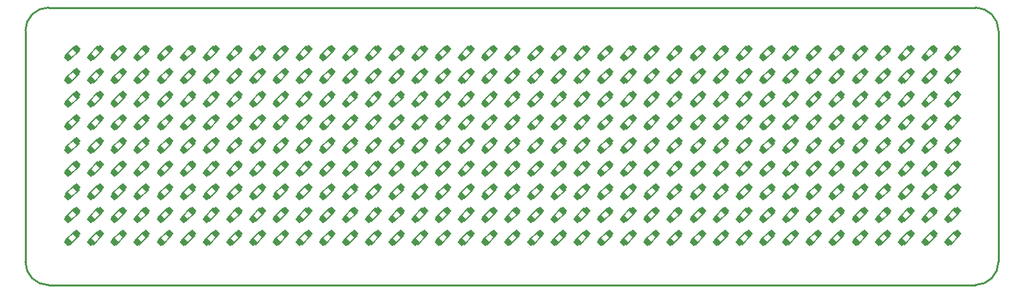
<source format=gtp>
G04*
G04 #@! TF.GenerationSoftware,Altium Limited,Altium Designer,18.1.9 (240)*
G04*
G04 Layer_Color=8421504*
%FSLAX44Y44*%
%MOMM*%
G71*
G01*
G75*
%ADD10C,0.1270*%
%ADD11C,0.2540*%
%ADD12P,1.1314X4X270.0*%
D10*
X1567903Y772496D02*
X1579216Y783810D01*
X1562246Y778153D02*
X1573560Y789467D01*
X1562246Y778153D02*
X1567903Y772496D01*
X1573560Y789467D02*
X1579216Y783810D01*
X1537903Y772496D02*
X1549217Y783810D01*
X1532246Y778153D02*
X1543560Y789467D01*
X1532246Y778153D02*
X1537903Y772496D01*
X1543560Y789467D02*
X1549217Y783810D01*
X1507903Y772496D02*
X1519216Y783810D01*
X1502246Y778153D02*
X1513560Y789467D01*
X1502246Y778153D02*
X1507903Y772496D01*
X1513560Y789467D02*
X1519216Y783810D01*
X1477903Y772496D02*
X1489217Y783810D01*
X1472246Y778153D02*
X1483560Y789467D01*
X1472246Y778153D02*
X1477903Y772496D01*
X1483560Y789467D02*
X1489217Y783810D01*
X1447903Y772496D02*
X1459217Y783810D01*
X1442246Y778153D02*
X1453560Y789467D01*
X1442246Y778153D02*
X1447903Y772496D01*
X1453560Y789467D02*
X1459217Y783810D01*
X1417903Y772496D02*
X1429216Y783810D01*
X1412246Y778153D02*
X1423560Y789467D01*
X1412246Y778153D02*
X1417903Y772496D01*
X1423560Y789467D02*
X1429216Y783810D01*
X1387903Y772496D02*
X1399217Y783810D01*
X1382246Y778153D02*
X1393560Y789467D01*
X1382246Y778153D02*
X1387903Y772496D01*
X1393560Y789467D02*
X1399217Y783810D01*
X1357903Y772496D02*
X1369216Y783810D01*
X1352246Y778153D02*
X1363560Y789467D01*
X1352246Y778153D02*
X1357903Y772496D01*
X1363560Y789467D02*
X1369216Y783810D01*
X1327903Y772496D02*
X1339217Y783810D01*
X1322246Y778153D02*
X1333560Y789467D01*
X1322246Y778153D02*
X1327903Y772496D01*
X1333560Y789467D02*
X1339217Y783810D01*
X1297903Y772496D02*
X1309217Y783810D01*
X1292246Y778153D02*
X1303560Y789467D01*
X1292246Y778153D02*
X1297903Y772496D01*
X1303560Y789467D02*
X1309217Y783810D01*
X1267903Y772496D02*
X1279217Y783810D01*
X1262246Y778153D02*
X1273560Y789467D01*
X1262246Y778153D02*
X1267903Y772496D01*
X1273560Y789467D02*
X1279217Y783810D01*
X1237903Y772496D02*
X1249217Y783810D01*
X1232246Y778153D02*
X1243560Y789467D01*
X1232246Y778153D02*
X1237903Y772496D01*
X1243560Y789467D02*
X1249217Y783810D01*
X1207903Y772496D02*
X1219217Y783810D01*
X1202246Y778153D02*
X1213560Y789467D01*
X1202246Y778153D02*
X1207903Y772496D01*
X1213560Y789467D02*
X1219217Y783810D01*
X1177903Y772496D02*
X1189217Y783810D01*
X1172246Y778153D02*
X1183560Y789467D01*
X1172246Y778153D02*
X1177903Y772496D01*
X1183560Y789467D02*
X1189217Y783810D01*
X1147903Y772496D02*
X1159217Y783810D01*
X1142246Y778153D02*
X1153560Y789467D01*
X1142246Y778153D02*
X1147903Y772496D01*
X1153560Y789467D02*
X1159217Y783810D01*
X1117903Y772496D02*
X1129217Y783810D01*
X1112246Y778153D02*
X1123560Y789467D01*
X1112246Y778153D02*
X1117903Y772496D01*
X1123560Y789467D02*
X1129217Y783810D01*
X1087903Y772496D02*
X1099217Y783810D01*
X1082246Y778153D02*
X1093560Y789467D01*
X1082246Y778153D02*
X1087903Y772496D01*
X1093560Y789467D02*
X1099217Y783810D01*
X1057903Y772496D02*
X1069217Y783810D01*
X1052246Y778153D02*
X1063560Y789467D01*
X1052246Y778153D02*
X1057903Y772496D01*
X1063560Y789467D02*
X1069217Y783810D01*
X1027903Y772496D02*
X1039217Y783810D01*
X1022246Y778153D02*
X1033560Y789467D01*
X1022246Y778153D02*
X1027903Y772496D01*
X1033560Y789467D02*
X1039217Y783810D01*
X997903Y772496D02*
X1009217Y783810D01*
X992246Y778153D02*
X1003560Y789467D01*
X992246Y778153D02*
X997903Y772496D01*
X1003560Y789467D02*
X1009217Y783810D01*
X967903Y772496D02*
X979217Y783810D01*
X962246Y778153D02*
X973560Y789467D01*
X962246Y778153D02*
X967903Y772496D01*
X973560Y789467D02*
X979217Y783810D01*
X937903Y772496D02*
X949217Y783810D01*
X932246Y778153D02*
X943560Y789467D01*
X932246Y778153D02*
X937903Y772496D01*
X943560Y789467D02*
X949217Y783810D01*
X907903Y772496D02*
X919217Y783810D01*
X902246Y778153D02*
X913560Y789467D01*
X902246Y778153D02*
X907903Y772496D01*
X913560Y789467D02*
X919217Y783810D01*
X877903Y772496D02*
X889217Y783810D01*
X872246Y778153D02*
X883560Y789467D01*
X872246Y778153D02*
X877903Y772496D01*
X883560Y789467D02*
X889217Y783810D01*
X847903Y772496D02*
X859217Y783810D01*
X842246Y778153D02*
X853560Y789467D01*
X842246Y778153D02*
X847903Y772496D01*
X853560Y789467D02*
X859217Y783810D01*
X817903Y772496D02*
X829217Y783810D01*
X812246Y778153D02*
X823560Y789467D01*
X812246Y778153D02*
X817903Y772496D01*
X823560Y789467D02*
X829217Y783810D01*
X787903Y772496D02*
X799217Y783810D01*
X782246Y778153D02*
X793560Y789467D01*
X782246Y778153D02*
X787903Y772496D01*
X793560Y789467D02*
X799217Y783810D01*
X757903Y772496D02*
X769217Y783810D01*
X752246Y778153D02*
X763560Y789467D01*
X752246Y778153D02*
X757903Y772496D01*
X763560Y789467D02*
X769217Y783810D01*
X727903Y772496D02*
X739217Y783810D01*
X722246Y778153D02*
X733560Y789467D01*
X722246Y778153D02*
X727903Y772496D01*
X733560Y789467D02*
X739217Y783810D01*
X697903Y772496D02*
X709217Y783810D01*
X692246Y778153D02*
X703560Y789467D01*
X692246Y778153D02*
X697903Y772496D01*
X703560Y789467D02*
X709217Y783810D01*
X667903Y772496D02*
X679217Y783810D01*
X662246Y778153D02*
X673560Y789467D01*
X662246Y778153D02*
X667903Y772496D01*
X673560Y789467D02*
X679217Y783810D01*
X637903Y772496D02*
X649217Y783810D01*
X632246Y778153D02*
X643560Y789467D01*
X632246Y778153D02*
X637903Y772496D01*
X643560Y789467D02*
X649217Y783810D01*
X607903Y772496D02*
X619217Y783810D01*
X602246Y778153D02*
X613560Y789467D01*
X602246Y778153D02*
X607903Y772496D01*
X613560Y789467D02*
X619217Y783810D01*
X577903Y772496D02*
X589217Y783810D01*
X572246Y778153D02*
X583560Y789467D01*
X572246Y778153D02*
X577903Y772496D01*
X583560Y789467D02*
X589217Y783810D01*
X547903Y772496D02*
X559217Y783810D01*
X542246Y778153D02*
X553560Y789467D01*
X542246Y778153D02*
X547903Y772496D01*
X553560Y789467D02*
X559217Y783810D01*
X517903Y772496D02*
X529217Y783810D01*
X512246Y778153D02*
X523560Y789467D01*
X512246Y778153D02*
X517903Y772496D01*
X523560Y789467D02*
X529217Y783810D01*
X487903Y772496D02*
X499217Y783810D01*
X482246Y778153D02*
X493560Y789467D01*
X482246Y778153D02*
X487903Y772496D01*
X493560Y789467D02*
X499217Y783810D01*
X457903Y772496D02*
X469217Y783810D01*
X452246Y778153D02*
X463560Y789467D01*
X452246Y778153D02*
X457903Y772496D01*
X463560Y789467D02*
X469217Y783810D01*
X427903Y772496D02*
X439217Y783810D01*
X422246Y778153D02*
X433560Y789467D01*
X422246Y778153D02*
X427903Y772496D01*
X433560Y789467D02*
X439217Y783810D01*
X1567903Y802496D02*
X1579216Y813810D01*
X1562246Y808153D02*
X1573560Y819467D01*
X1562246Y808153D02*
X1567903Y802496D01*
X1573560Y819467D02*
X1579216Y813810D01*
X1537903Y802496D02*
X1549217Y813810D01*
X1532246Y808153D02*
X1543560Y819467D01*
X1532246Y808153D02*
X1537903Y802496D01*
X1543560Y819467D02*
X1549217Y813810D01*
X1507903Y802496D02*
X1519216Y813810D01*
X1502246Y808153D02*
X1513560Y819467D01*
X1502246Y808153D02*
X1507903Y802496D01*
X1513560Y819467D02*
X1519216Y813810D01*
X1477903Y802496D02*
X1489217Y813810D01*
X1472246Y808153D02*
X1483560Y819467D01*
X1472246Y808153D02*
X1477903Y802496D01*
X1483560Y819467D02*
X1489217Y813810D01*
X1447903Y802496D02*
X1459217Y813810D01*
X1442246Y808153D02*
X1453560Y819467D01*
X1442246Y808153D02*
X1447903Y802496D01*
X1453560Y819467D02*
X1459217Y813810D01*
X1417903Y802496D02*
X1429216Y813810D01*
X1412246Y808153D02*
X1423560Y819467D01*
X1412246Y808153D02*
X1417903Y802496D01*
X1423560Y819467D02*
X1429216Y813810D01*
X1387903Y802496D02*
X1399217Y813810D01*
X1382246Y808153D02*
X1393560Y819467D01*
X1382246Y808153D02*
X1387903Y802496D01*
X1393560Y819467D02*
X1399217Y813810D01*
X1357903Y802496D02*
X1369216Y813810D01*
X1352246Y808153D02*
X1363560Y819467D01*
X1352246Y808153D02*
X1357903Y802496D01*
X1363560Y819467D02*
X1369216Y813810D01*
X1327903Y802496D02*
X1339217Y813810D01*
X1322246Y808153D02*
X1333560Y819467D01*
X1322246Y808153D02*
X1327903Y802496D01*
X1333560Y819467D02*
X1339217Y813810D01*
X1297903Y802496D02*
X1309217Y813810D01*
X1292246Y808153D02*
X1303560Y819467D01*
X1292246Y808153D02*
X1297903Y802496D01*
X1303560Y819467D02*
X1309217Y813810D01*
X1267903Y802496D02*
X1279217Y813810D01*
X1262246Y808153D02*
X1273560Y819467D01*
X1262246Y808153D02*
X1267903Y802496D01*
X1273560Y819467D02*
X1279217Y813810D01*
X1237903Y802496D02*
X1249217Y813810D01*
X1232246Y808153D02*
X1243560Y819467D01*
X1232246Y808153D02*
X1237903Y802496D01*
X1243560Y819467D02*
X1249217Y813810D01*
X1207903Y802496D02*
X1219217Y813810D01*
X1202246Y808153D02*
X1213560Y819467D01*
X1202246Y808153D02*
X1207903Y802496D01*
X1213560Y819467D02*
X1219217Y813810D01*
X1177903Y802496D02*
X1189217Y813810D01*
X1172246Y808153D02*
X1183560Y819467D01*
X1172246Y808153D02*
X1177903Y802496D01*
X1183560Y819467D02*
X1189217Y813810D01*
X1147903Y802496D02*
X1159217Y813810D01*
X1142246Y808153D02*
X1153560Y819467D01*
X1142246Y808153D02*
X1147903Y802496D01*
X1153560Y819467D02*
X1159217Y813810D01*
X1117903Y802496D02*
X1129217Y813810D01*
X1112246Y808153D02*
X1123560Y819467D01*
X1112246Y808153D02*
X1117903Y802496D01*
X1123560Y819467D02*
X1129217Y813810D01*
X1087903Y802496D02*
X1099217Y813810D01*
X1082246Y808153D02*
X1093560Y819467D01*
X1082246Y808153D02*
X1087903Y802496D01*
X1093560Y819467D02*
X1099217Y813810D01*
X1057903Y802496D02*
X1069217Y813810D01*
X1052246Y808153D02*
X1063560Y819467D01*
X1052246Y808153D02*
X1057903Y802496D01*
X1063560Y819467D02*
X1069217Y813810D01*
X1027903Y802496D02*
X1039217Y813810D01*
X1022246Y808153D02*
X1033560Y819467D01*
X1022246Y808153D02*
X1027903Y802496D01*
X1033560Y819467D02*
X1039217Y813810D01*
X997903Y802496D02*
X1009217Y813810D01*
X992246Y808153D02*
X1003560Y819467D01*
X992246Y808153D02*
X997903Y802496D01*
X1003560Y819467D02*
X1009217Y813810D01*
X967903Y802496D02*
X979217Y813810D01*
X962246Y808153D02*
X973560Y819467D01*
X962246Y808153D02*
X967903Y802496D01*
X973560Y819467D02*
X979217Y813810D01*
X937903Y802496D02*
X949217Y813810D01*
X932246Y808153D02*
X943560Y819467D01*
X932246Y808153D02*
X937903Y802496D01*
X943560Y819467D02*
X949217Y813810D01*
X907903Y802496D02*
X919217Y813810D01*
X902246Y808153D02*
X913560Y819467D01*
X902246Y808153D02*
X907903Y802496D01*
X913560Y819467D02*
X919217Y813810D01*
X877903Y802496D02*
X889217Y813810D01*
X872246Y808153D02*
X883560Y819467D01*
X872246Y808153D02*
X877903Y802496D01*
X883560Y819467D02*
X889217Y813810D01*
X847903Y802496D02*
X859217Y813810D01*
X842246Y808153D02*
X853560Y819467D01*
X842246Y808153D02*
X847903Y802496D01*
X853560Y819467D02*
X859217Y813810D01*
X817903Y802496D02*
X829217Y813810D01*
X812246Y808153D02*
X823560Y819467D01*
X812246Y808153D02*
X817903Y802496D01*
X823560Y819467D02*
X829217Y813810D01*
X787903Y802496D02*
X799217Y813810D01*
X782246Y808153D02*
X793560Y819467D01*
X782246Y808153D02*
X787903Y802496D01*
X793560Y819467D02*
X799217Y813810D01*
X757903Y802496D02*
X769217Y813810D01*
X752246Y808153D02*
X763560Y819467D01*
X752246Y808153D02*
X757903Y802496D01*
X763560Y819467D02*
X769217Y813810D01*
X727903Y802496D02*
X739217Y813810D01*
X722246Y808153D02*
X733560Y819467D01*
X722246Y808153D02*
X727903Y802496D01*
X733560Y819467D02*
X739217Y813810D01*
X697903Y802496D02*
X709217Y813810D01*
X692246Y808153D02*
X703560Y819467D01*
X692246Y808153D02*
X697903Y802496D01*
X703560Y819467D02*
X709217Y813810D01*
X667903Y802496D02*
X679217Y813810D01*
X662246Y808153D02*
X673560Y819467D01*
X662246Y808153D02*
X667903Y802496D01*
X673560Y819467D02*
X679217Y813810D01*
X637903Y802496D02*
X649217Y813810D01*
X632246Y808153D02*
X643560Y819467D01*
X632246Y808153D02*
X637903Y802496D01*
X643560Y819467D02*
X649217Y813810D01*
X607903Y802496D02*
X619217Y813810D01*
X602246Y808153D02*
X613560Y819467D01*
X602246Y808153D02*
X607903Y802496D01*
X613560Y819467D02*
X619217Y813810D01*
X577903Y802496D02*
X589217Y813810D01*
X572246Y808153D02*
X583560Y819467D01*
X572246Y808153D02*
X577903Y802496D01*
X583560Y819467D02*
X589217Y813810D01*
X547903Y802496D02*
X559217Y813810D01*
X542246Y808153D02*
X553560Y819467D01*
X542246Y808153D02*
X547903Y802496D01*
X553560Y819467D02*
X559217Y813810D01*
X517903Y802496D02*
X529217Y813810D01*
X512246Y808153D02*
X523560Y819467D01*
X512246Y808153D02*
X517903Y802496D01*
X523560Y819467D02*
X529217Y813810D01*
X487903Y802496D02*
X499217Y813810D01*
X482246Y808153D02*
X493560Y819467D01*
X482246Y808153D02*
X487903Y802496D01*
X493560Y819467D02*
X499217Y813810D01*
X457903Y802496D02*
X469217Y813810D01*
X452246Y808153D02*
X463560Y819467D01*
X452246Y808153D02*
X457903Y802496D01*
X463560Y819467D02*
X469217Y813810D01*
X427903Y802496D02*
X439217Y813810D01*
X422246Y808153D02*
X433560Y819467D01*
X422246Y808153D02*
X427903Y802496D01*
X433560Y819467D02*
X439217Y813810D01*
X1567903Y832496D02*
X1579216Y843810D01*
X1562246Y838153D02*
X1573560Y849467D01*
X1562246Y838153D02*
X1567903Y832496D01*
X1573560Y849467D02*
X1579216Y843810D01*
X1537903Y832496D02*
X1549217Y843810D01*
X1532246Y838153D02*
X1543560Y849467D01*
X1532246Y838153D02*
X1537903Y832496D01*
X1543560Y849467D02*
X1549217Y843810D01*
X1507903Y832496D02*
X1519216Y843810D01*
X1502246Y838153D02*
X1513560Y849467D01*
X1502246Y838153D02*
X1507903Y832496D01*
X1513560Y849467D02*
X1519216Y843810D01*
X1477903Y832496D02*
X1489217Y843810D01*
X1472246Y838153D02*
X1483560Y849467D01*
X1472246Y838153D02*
X1477903Y832496D01*
X1483560Y849467D02*
X1489217Y843810D01*
X1447903Y832496D02*
X1459217Y843810D01*
X1442246Y838153D02*
X1453560Y849467D01*
X1442246Y838153D02*
X1447903Y832496D01*
X1453560Y849467D02*
X1459217Y843810D01*
X1417903Y832496D02*
X1429216Y843810D01*
X1412246Y838153D02*
X1423560Y849467D01*
X1412246Y838153D02*
X1417903Y832496D01*
X1423560Y849467D02*
X1429216Y843810D01*
X1387903Y832496D02*
X1399217Y843810D01*
X1382246Y838153D02*
X1393560Y849467D01*
X1382246Y838153D02*
X1387903Y832496D01*
X1393560Y849467D02*
X1399217Y843810D01*
X1357903Y832496D02*
X1369216Y843810D01*
X1352246Y838153D02*
X1363560Y849467D01*
X1352246Y838153D02*
X1357903Y832496D01*
X1363560Y849467D02*
X1369216Y843810D01*
X1327903Y832496D02*
X1339217Y843810D01*
X1322246Y838153D02*
X1333560Y849467D01*
X1322246Y838153D02*
X1327903Y832496D01*
X1333560Y849467D02*
X1339217Y843810D01*
X1297903Y832496D02*
X1309217Y843810D01*
X1292246Y838153D02*
X1303560Y849467D01*
X1292246Y838153D02*
X1297903Y832496D01*
X1303560Y849467D02*
X1309217Y843810D01*
X1267903Y832496D02*
X1279217Y843810D01*
X1262246Y838153D02*
X1273560Y849467D01*
X1262246Y838153D02*
X1267903Y832496D01*
X1273560Y849467D02*
X1279217Y843810D01*
X1237903Y832496D02*
X1249217Y843810D01*
X1232246Y838153D02*
X1243560Y849467D01*
X1232246Y838153D02*
X1237903Y832496D01*
X1243560Y849467D02*
X1249217Y843810D01*
X1207903Y832496D02*
X1219217Y843810D01*
X1202246Y838153D02*
X1213560Y849467D01*
X1202246Y838153D02*
X1207903Y832496D01*
X1213560Y849467D02*
X1219217Y843810D01*
X1177903Y832496D02*
X1189217Y843810D01*
X1172246Y838153D02*
X1183560Y849467D01*
X1172246Y838153D02*
X1177903Y832496D01*
X1183560Y849467D02*
X1189217Y843810D01*
X1147903Y832496D02*
X1159217Y843810D01*
X1142246Y838153D02*
X1153560Y849467D01*
X1142246Y838153D02*
X1147903Y832496D01*
X1153560Y849467D02*
X1159217Y843810D01*
X1117903Y832496D02*
X1129217Y843810D01*
X1112246Y838153D02*
X1123560Y849467D01*
X1112246Y838153D02*
X1117903Y832496D01*
X1123560Y849467D02*
X1129217Y843810D01*
X1087903Y832496D02*
X1099217Y843810D01*
X1082246Y838153D02*
X1093560Y849467D01*
X1082246Y838153D02*
X1087903Y832496D01*
X1093560Y849467D02*
X1099217Y843810D01*
X1057903Y832496D02*
X1069217Y843810D01*
X1052246Y838153D02*
X1063560Y849467D01*
X1052246Y838153D02*
X1057903Y832496D01*
X1063560Y849467D02*
X1069217Y843810D01*
X1027903Y832496D02*
X1039217Y843810D01*
X1022246Y838153D02*
X1033560Y849467D01*
X1022246Y838153D02*
X1027903Y832496D01*
X1033560Y849467D02*
X1039217Y843810D01*
X997903Y832496D02*
X1009217Y843810D01*
X992246Y838153D02*
X1003560Y849467D01*
X992246Y838153D02*
X997903Y832496D01*
X1003560Y849467D02*
X1009217Y843810D01*
X967903Y832496D02*
X979217Y843810D01*
X962246Y838153D02*
X973560Y849467D01*
X962246Y838153D02*
X967903Y832496D01*
X973560Y849467D02*
X979217Y843810D01*
X937903Y832496D02*
X949217Y843810D01*
X932246Y838153D02*
X943560Y849467D01*
X932246Y838153D02*
X937903Y832496D01*
X943560Y849467D02*
X949217Y843810D01*
X907903Y832496D02*
X919217Y843810D01*
X902246Y838153D02*
X913560Y849467D01*
X902246Y838153D02*
X907903Y832496D01*
X913560Y849467D02*
X919217Y843810D01*
X877903Y832496D02*
X889217Y843810D01*
X872246Y838153D02*
X883560Y849467D01*
X872246Y838153D02*
X877903Y832496D01*
X883560Y849467D02*
X889217Y843810D01*
X847903Y832496D02*
X859217Y843810D01*
X842246Y838153D02*
X853560Y849467D01*
X842246Y838153D02*
X847903Y832496D01*
X853560Y849467D02*
X859217Y843810D01*
X817903Y832496D02*
X829217Y843810D01*
X812246Y838153D02*
X823560Y849467D01*
X812246Y838153D02*
X817903Y832496D01*
X823560Y849467D02*
X829217Y843810D01*
X787903Y832496D02*
X799217Y843810D01*
X782246Y838153D02*
X793560Y849467D01*
X782246Y838153D02*
X787903Y832496D01*
X793560Y849467D02*
X799217Y843810D01*
X757903Y832496D02*
X769217Y843810D01*
X752246Y838153D02*
X763560Y849467D01*
X752246Y838153D02*
X757903Y832496D01*
X763560Y849467D02*
X769217Y843810D01*
X727903Y832496D02*
X739217Y843810D01*
X722246Y838153D02*
X733560Y849467D01*
X722246Y838153D02*
X727903Y832496D01*
X733560Y849467D02*
X739217Y843810D01*
X697903Y832496D02*
X709217Y843810D01*
X692246Y838153D02*
X703560Y849467D01*
X692246Y838153D02*
X697903Y832496D01*
X703560Y849467D02*
X709217Y843810D01*
X667903Y832496D02*
X679217Y843810D01*
X662246Y838153D02*
X673560Y849467D01*
X662246Y838153D02*
X667903Y832496D01*
X673560Y849467D02*
X679217Y843810D01*
X637903Y832496D02*
X649217Y843810D01*
X632246Y838153D02*
X643560Y849467D01*
X632246Y838153D02*
X637903Y832496D01*
X643560Y849467D02*
X649217Y843810D01*
X607903Y832496D02*
X619217Y843810D01*
X602246Y838153D02*
X613560Y849467D01*
X602246Y838153D02*
X607903Y832496D01*
X613560Y849467D02*
X619217Y843810D01*
X577903Y832496D02*
X589217Y843810D01*
X572246Y838153D02*
X583560Y849467D01*
X572246Y838153D02*
X577903Y832496D01*
X583560Y849467D02*
X589217Y843810D01*
X547903Y832496D02*
X559217Y843810D01*
X542246Y838153D02*
X553560Y849467D01*
X542246Y838153D02*
X547903Y832496D01*
X553560Y849467D02*
X559217Y843810D01*
X517903Y832496D02*
X529217Y843810D01*
X512246Y838153D02*
X523560Y849467D01*
X512246Y838153D02*
X517903Y832496D01*
X523560Y849467D02*
X529217Y843810D01*
X487903Y832496D02*
X499217Y843810D01*
X482246Y838153D02*
X493560Y849467D01*
X482246Y838153D02*
X487903Y832496D01*
X493560Y849467D02*
X499217Y843810D01*
X457903Y832496D02*
X469217Y843810D01*
X452246Y838153D02*
X463560Y849467D01*
X452246Y838153D02*
X457903Y832496D01*
X463560Y849467D02*
X469217Y843810D01*
X427903Y832496D02*
X439217Y843810D01*
X422246Y838153D02*
X433560Y849467D01*
X422246Y838153D02*
X427903Y832496D01*
X433560Y849467D02*
X439217Y843810D01*
X1567903Y862496D02*
X1579216Y873810D01*
X1562246Y868153D02*
X1573560Y879467D01*
X1562246Y868153D02*
X1567903Y862496D01*
X1573560Y879467D02*
X1579216Y873810D01*
X1537903Y862496D02*
X1549217Y873810D01*
X1532246Y868153D02*
X1543560Y879467D01*
X1532246Y868153D02*
X1537903Y862496D01*
X1543560Y879467D02*
X1549217Y873810D01*
X1507903Y862496D02*
X1519216Y873810D01*
X1502246Y868153D02*
X1513560Y879467D01*
X1502246Y868153D02*
X1507903Y862496D01*
X1513560Y879467D02*
X1519216Y873810D01*
X1477903Y862496D02*
X1489217Y873810D01*
X1472246Y868153D02*
X1483560Y879467D01*
X1472246Y868153D02*
X1477903Y862496D01*
X1483560Y879467D02*
X1489217Y873810D01*
X1447903Y862496D02*
X1459217Y873810D01*
X1442246Y868153D02*
X1453560Y879467D01*
X1442246Y868153D02*
X1447903Y862496D01*
X1453560Y879467D02*
X1459217Y873810D01*
X1417903Y862496D02*
X1429216Y873810D01*
X1412246Y868153D02*
X1423560Y879467D01*
X1412246Y868153D02*
X1417903Y862496D01*
X1423560Y879467D02*
X1429216Y873810D01*
X1387903Y862496D02*
X1399217Y873810D01*
X1382246Y868153D02*
X1393560Y879467D01*
X1382246Y868153D02*
X1387903Y862496D01*
X1393560Y879467D02*
X1399217Y873810D01*
X1357903Y862496D02*
X1369216Y873810D01*
X1352246Y868153D02*
X1363560Y879467D01*
X1352246Y868153D02*
X1357903Y862496D01*
X1363560Y879467D02*
X1369216Y873810D01*
X1327903Y862496D02*
X1339217Y873810D01*
X1322246Y868153D02*
X1333560Y879467D01*
X1322246Y868153D02*
X1327903Y862496D01*
X1333560Y879467D02*
X1339217Y873810D01*
X1297903Y862496D02*
X1309217Y873810D01*
X1292246Y868153D02*
X1303560Y879467D01*
X1292246Y868153D02*
X1297903Y862496D01*
X1303560Y879467D02*
X1309217Y873810D01*
X1267903Y862496D02*
X1279217Y873810D01*
X1262246Y868153D02*
X1273560Y879467D01*
X1262246Y868153D02*
X1267903Y862496D01*
X1273560Y879467D02*
X1279217Y873810D01*
X1237903Y862496D02*
X1249217Y873810D01*
X1232246Y868153D02*
X1243560Y879467D01*
X1232246Y868153D02*
X1237903Y862496D01*
X1243560Y879467D02*
X1249217Y873810D01*
X1207903Y862496D02*
X1219217Y873810D01*
X1202246Y868153D02*
X1213560Y879467D01*
X1202246Y868153D02*
X1207903Y862496D01*
X1213560Y879467D02*
X1219217Y873810D01*
X1177903Y862496D02*
X1189217Y873810D01*
X1172246Y868153D02*
X1183560Y879467D01*
X1172246Y868153D02*
X1177903Y862496D01*
X1183560Y879467D02*
X1189217Y873810D01*
X1147903Y862496D02*
X1159217Y873810D01*
X1142246Y868153D02*
X1153560Y879467D01*
X1142246Y868153D02*
X1147903Y862496D01*
X1153560Y879467D02*
X1159217Y873810D01*
X1117903Y862496D02*
X1129217Y873810D01*
X1112246Y868153D02*
X1123560Y879467D01*
X1112246Y868153D02*
X1117903Y862496D01*
X1123560Y879467D02*
X1129217Y873810D01*
X1087903Y862496D02*
X1099217Y873810D01*
X1082246Y868153D02*
X1093560Y879467D01*
X1082246Y868153D02*
X1087903Y862496D01*
X1093560Y879467D02*
X1099217Y873810D01*
X1057903Y862496D02*
X1069217Y873810D01*
X1052246Y868153D02*
X1063560Y879467D01*
X1052246Y868153D02*
X1057903Y862496D01*
X1063560Y879467D02*
X1069217Y873810D01*
X1027903Y862496D02*
X1039217Y873810D01*
X1022246Y868153D02*
X1033560Y879467D01*
X1022246Y868153D02*
X1027903Y862496D01*
X1033560Y879467D02*
X1039217Y873810D01*
X997903Y862496D02*
X1009217Y873810D01*
X992246Y868153D02*
X1003560Y879467D01*
X992246Y868153D02*
X997903Y862496D01*
X1003560Y879467D02*
X1009217Y873810D01*
X967903Y862496D02*
X979217Y873810D01*
X962246Y868153D02*
X973560Y879467D01*
X962246Y868153D02*
X967903Y862496D01*
X973560Y879467D02*
X979217Y873810D01*
X937903Y862496D02*
X949217Y873810D01*
X932246Y868153D02*
X943560Y879467D01*
X932246Y868153D02*
X937903Y862496D01*
X943560Y879467D02*
X949217Y873810D01*
X907903Y862496D02*
X919217Y873810D01*
X902246Y868153D02*
X913560Y879467D01*
X902246Y868153D02*
X907903Y862496D01*
X913560Y879467D02*
X919217Y873810D01*
X877903Y862496D02*
X889217Y873810D01*
X872246Y868153D02*
X883560Y879467D01*
X872246Y868153D02*
X877903Y862496D01*
X883560Y879467D02*
X889217Y873810D01*
X847903Y862496D02*
X859217Y873810D01*
X842246Y868153D02*
X853560Y879467D01*
X842246Y868153D02*
X847903Y862496D01*
X853560Y879467D02*
X859217Y873810D01*
X817903Y862496D02*
X829217Y873810D01*
X812246Y868153D02*
X823560Y879467D01*
X812246Y868153D02*
X817903Y862496D01*
X823560Y879467D02*
X829217Y873810D01*
X787903Y862496D02*
X799217Y873810D01*
X782246Y868153D02*
X793560Y879467D01*
X782246Y868153D02*
X787903Y862496D01*
X793560Y879467D02*
X799217Y873810D01*
X757903Y862496D02*
X769217Y873810D01*
X752246Y868153D02*
X763560Y879467D01*
X752246Y868153D02*
X757903Y862496D01*
X763560Y879467D02*
X769217Y873810D01*
X727903Y862496D02*
X739217Y873810D01*
X722246Y868153D02*
X733560Y879467D01*
X722246Y868153D02*
X727903Y862496D01*
X733560Y879467D02*
X739217Y873810D01*
X697903Y862496D02*
X709217Y873810D01*
X692246Y868153D02*
X703560Y879467D01*
X692246Y868153D02*
X697903Y862496D01*
X703560Y879467D02*
X709217Y873810D01*
X667903Y862496D02*
X679217Y873810D01*
X662246Y868153D02*
X673560Y879467D01*
X662246Y868153D02*
X667903Y862496D01*
X673560Y879467D02*
X679217Y873810D01*
X637903Y862496D02*
X649217Y873810D01*
X632246Y868153D02*
X643560Y879467D01*
X632246Y868153D02*
X637903Y862496D01*
X643560Y879467D02*
X649217Y873810D01*
X607903Y862496D02*
X619217Y873810D01*
X602246Y868153D02*
X613560Y879467D01*
X602246Y868153D02*
X607903Y862496D01*
X613560Y879467D02*
X619217Y873810D01*
X577903Y862496D02*
X589217Y873810D01*
X572246Y868153D02*
X583560Y879467D01*
X572246Y868153D02*
X577903Y862496D01*
X583560Y879467D02*
X589217Y873810D01*
X547903Y862496D02*
X559217Y873810D01*
X542246Y868153D02*
X553560Y879467D01*
X542246Y868153D02*
X547903Y862496D01*
X553560Y879467D02*
X559217Y873810D01*
X517903Y862496D02*
X529217Y873810D01*
X512246Y868153D02*
X523560Y879467D01*
X512246Y868153D02*
X517903Y862496D01*
X523560Y879467D02*
X529217Y873810D01*
X487903Y862496D02*
X499217Y873810D01*
X482246Y868153D02*
X493560Y879467D01*
X482246Y868153D02*
X487903Y862496D01*
X493560Y879467D02*
X499217Y873810D01*
X457903Y862496D02*
X469217Y873810D01*
X452246Y868153D02*
X463560Y879467D01*
X452246Y868153D02*
X457903Y862496D01*
X463560Y879467D02*
X469217Y873810D01*
X427903Y862496D02*
X439217Y873810D01*
X422246Y868153D02*
X433560Y879467D01*
X422246Y868153D02*
X427903Y862496D01*
X433560Y879467D02*
X439217Y873810D01*
X1567903Y892496D02*
X1579216Y903810D01*
X1562246Y898153D02*
X1573560Y909467D01*
X1562246Y898153D02*
X1567903Y892496D01*
X1573560Y909467D02*
X1579216Y903810D01*
X1537903Y892496D02*
X1549217Y903810D01*
X1532246Y898153D02*
X1543560Y909467D01*
X1532246Y898153D02*
X1537903Y892496D01*
X1543560Y909467D02*
X1549217Y903810D01*
X1507903Y892496D02*
X1519216Y903810D01*
X1502246Y898153D02*
X1513560Y909467D01*
X1502246Y898153D02*
X1507903Y892496D01*
X1513560Y909467D02*
X1519216Y903810D01*
X1477903Y892496D02*
X1489217Y903810D01*
X1472246Y898153D02*
X1483560Y909467D01*
X1472246Y898153D02*
X1477903Y892496D01*
X1483560Y909467D02*
X1489217Y903810D01*
X1447903Y892496D02*
X1459217Y903810D01*
X1442246Y898153D02*
X1453560Y909467D01*
X1442246Y898153D02*
X1447903Y892496D01*
X1453560Y909467D02*
X1459217Y903810D01*
X1417903Y892496D02*
X1429216Y903810D01*
X1412246Y898153D02*
X1423560Y909467D01*
X1412246Y898153D02*
X1417903Y892496D01*
X1423560Y909467D02*
X1429216Y903810D01*
X1387903Y892496D02*
X1399217Y903810D01*
X1382246Y898153D02*
X1393560Y909467D01*
X1382246Y898153D02*
X1387903Y892496D01*
X1393560Y909467D02*
X1399217Y903810D01*
X1357903Y892496D02*
X1369216Y903810D01*
X1352246Y898153D02*
X1363560Y909467D01*
X1352246Y898153D02*
X1357903Y892496D01*
X1363560Y909467D02*
X1369216Y903810D01*
X1327903Y892496D02*
X1339217Y903810D01*
X1322246Y898153D02*
X1333560Y909467D01*
X1322246Y898153D02*
X1327903Y892496D01*
X1333560Y909467D02*
X1339217Y903810D01*
X1297903Y892496D02*
X1309217Y903810D01*
X1292246Y898153D02*
X1303560Y909467D01*
X1292246Y898153D02*
X1297903Y892496D01*
X1303560Y909467D02*
X1309217Y903810D01*
X1267903Y892496D02*
X1279217Y903810D01*
X1262246Y898153D02*
X1273560Y909467D01*
X1262246Y898153D02*
X1267903Y892496D01*
X1273560Y909467D02*
X1279217Y903810D01*
X1237903Y892496D02*
X1249217Y903810D01*
X1232246Y898153D02*
X1243560Y909467D01*
X1232246Y898153D02*
X1237903Y892496D01*
X1243560Y909467D02*
X1249217Y903810D01*
X1207903Y892496D02*
X1219217Y903810D01*
X1202246Y898153D02*
X1213560Y909467D01*
X1202246Y898153D02*
X1207903Y892496D01*
X1213560Y909467D02*
X1219217Y903810D01*
X1177903Y892496D02*
X1189217Y903810D01*
X1172246Y898153D02*
X1183560Y909467D01*
X1172246Y898153D02*
X1177903Y892496D01*
X1183560Y909467D02*
X1189217Y903810D01*
X1147903Y892496D02*
X1159217Y903810D01*
X1142246Y898153D02*
X1153560Y909467D01*
X1142246Y898153D02*
X1147903Y892496D01*
X1153560Y909467D02*
X1159217Y903810D01*
X1117903Y892496D02*
X1129217Y903810D01*
X1112246Y898153D02*
X1123560Y909467D01*
X1112246Y898153D02*
X1117903Y892496D01*
X1123560Y909467D02*
X1129217Y903810D01*
X1087903Y892496D02*
X1099217Y903810D01*
X1082246Y898153D02*
X1093560Y909467D01*
X1082246Y898153D02*
X1087903Y892496D01*
X1093560Y909467D02*
X1099217Y903810D01*
X1057903Y892496D02*
X1069217Y903810D01*
X1052246Y898153D02*
X1063560Y909467D01*
X1052246Y898153D02*
X1057903Y892496D01*
X1063560Y909467D02*
X1069217Y903810D01*
X1027903Y892496D02*
X1039217Y903810D01*
X1022246Y898153D02*
X1033560Y909467D01*
X1022246Y898153D02*
X1027903Y892496D01*
X1033560Y909467D02*
X1039217Y903810D01*
X997903Y892496D02*
X1009217Y903810D01*
X992246Y898153D02*
X1003560Y909467D01*
X992246Y898153D02*
X997903Y892496D01*
X1003560Y909467D02*
X1009217Y903810D01*
X967903Y892496D02*
X979217Y903810D01*
X962246Y898153D02*
X973560Y909467D01*
X962246Y898153D02*
X967903Y892496D01*
X973560Y909467D02*
X979217Y903810D01*
X937903Y892496D02*
X949217Y903810D01*
X932246Y898153D02*
X943560Y909467D01*
X932246Y898153D02*
X937903Y892496D01*
X943560Y909467D02*
X949217Y903810D01*
X907903Y892496D02*
X919217Y903810D01*
X902246Y898153D02*
X913560Y909467D01*
X902246Y898153D02*
X907903Y892496D01*
X913560Y909467D02*
X919217Y903810D01*
X877903Y892496D02*
X889217Y903810D01*
X872246Y898153D02*
X883560Y909467D01*
X872246Y898153D02*
X877903Y892496D01*
X883560Y909467D02*
X889217Y903810D01*
X847903Y892496D02*
X859217Y903810D01*
X842246Y898153D02*
X853560Y909467D01*
X842246Y898153D02*
X847903Y892496D01*
X853560Y909467D02*
X859217Y903810D01*
X817903Y892496D02*
X829217Y903810D01*
X812246Y898153D02*
X823560Y909467D01*
X812246Y898153D02*
X817903Y892496D01*
X823560Y909467D02*
X829217Y903810D01*
X787903Y892496D02*
X799217Y903810D01*
X782246Y898153D02*
X793560Y909467D01*
X782246Y898153D02*
X787903Y892496D01*
X793560Y909467D02*
X799217Y903810D01*
X757903Y892496D02*
X769217Y903810D01*
X752246Y898153D02*
X763560Y909467D01*
X752246Y898153D02*
X757903Y892496D01*
X763560Y909467D02*
X769217Y903810D01*
X727903Y892496D02*
X739217Y903810D01*
X722246Y898153D02*
X733560Y909467D01*
X722246Y898153D02*
X727903Y892496D01*
X733560Y909467D02*
X739217Y903810D01*
X697903Y892496D02*
X709217Y903810D01*
X692246Y898153D02*
X703560Y909467D01*
X692246Y898153D02*
X697903Y892496D01*
X703560Y909467D02*
X709217Y903810D01*
X667903Y892496D02*
X679217Y903810D01*
X662246Y898153D02*
X673560Y909467D01*
X662246Y898153D02*
X667903Y892496D01*
X673560Y909467D02*
X679217Y903810D01*
X637903Y892496D02*
X649217Y903810D01*
X632246Y898153D02*
X643560Y909467D01*
X632246Y898153D02*
X637903Y892496D01*
X643560Y909467D02*
X649217Y903810D01*
X607903Y892496D02*
X619217Y903810D01*
X602246Y898153D02*
X613560Y909467D01*
X602246Y898153D02*
X607903Y892496D01*
X613560Y909467D02*
X619217Y903810D01*
X577903Y892496D02*
X589217Y903810D01*
X572246Y898153D02*
X583560Y909467D01*
X572246Y898153D02*
X577903Y892496D01*
X583560Y909467D02*
X589217Y903810D01*
X547903Y892496D02*
X559217Y903810D01*
X542246Y898153D02*
X553560Y909467D01*
X542246Y898153D02*
X547903Y892496D01*
X553560Y909467D02*
X559217Y903810D01*
X517903Y892496D02*
X529217Y903810D01*
X512246Y898153D02*
X523560Y909467D01*
X512246Y898153D02*
X517903Y892496D01*
X523560Y909467D02*
X529217Y903810D01*
X487903Y892496D02*
X499217Y903810D01*
X482246Y898153D02*
X493560Y909467D01*
X482246Y898153D02*
X487903Y892496D01*
X493560Y909467D02*
X499217Y903810D01*
X457903Y892496D02*
X469217Y903810D01*
X452246Y898153D02*
X463560Y909467D01*
X452246Y898153D02*
X457903Y892496D01*
X463560Y909467D02*
X469217Y903810D01*
X427903Y892496D02*
X439217Y903810D01*
X422246Y898153D02*
X433560Y909467D01*
X422246Y898153D02*
X427903Y892496D01*
X433560Y909467D02*
X439217Y903810D01*
X1567903Y922496D02*
X1579216Y933810D01*
X1562246Y928153D02*
X1573560Y939467D01*
X1562246Y928153D02*
X1567903Y922496D01*
X1573560Y939467D02*
X1579216Y933810D01*
X1537903Y922496D02*
X1549217Y933810D01*
X1532246Y928153D02*
X1543560Y939467D01*
X1532246Y928153D02*
X1537903Y922496D01*
X1543560Y939467D02*
X1549217Y933810D01*
X1507903Y922496D02*
X1519216Y933810D01*
X1502246Y928153D02*
X1513560Y939467D01*
X1502246Y928153D02*
X1507903Y922496D01*
X1513560Y939467D02*
X1519216Y933810D01*
X1477903Y922496D02*
X1489217Y933810D01*
X1472246Y928153D02*
X1483560Y939467D01*
X1472246Y928153D02*
X1477903Y922496D01*
X1483560Y939467D02*
X1489217Y933810D01*
X1447903Y922496D02*
X1459217Y933810D01*
X1442246Y928153D02*
X1453560Y939467D01*
X1442246Y928153D02*
X1447903Y922496D01*
X1453560Y939467D02*
X1459217Y933810D01*
X1417903Y922496D02*
X1429216Y933810D01*
X1412246Y928153D02*
X1423560Y939467D01*
X1412246Y928153D02*
X1417903Y922496D01*
X1423560Y939467D02*
X1429216Y933810D01*
X1387903Y922496D02*
X1399217Y933810D01*
X1382246Y928153D02*
X1393560Y939467D01*
X1382246Y928153D02*
X1387903Y922496D01*
X1393560Y939467D02*
X1399217Y933810D01*
X1357903Y922496D02*
X1369216Y933810D01*
X1352246Y928153D02*
X1363560Y939467D01*
X1352246Y928153D02*
X1357903Y922496D01*
X1363560Y939467D02*
X1369216Y933810D01*
X1327903Y922496D02*
X1339217Y933810D01*
X1322246Y928153D02*
X1333560Y939467D01*
X1322246Y928153D02*
X1327903Y922496D01*
X1333560Y939467D02*
X1339217Y933810D01*
X1297903Y922496D02*
X1309217Y933810D01*
X1292246Y928153D02*
X1303560Y939467D01*
X1292246Y928153D02*
X1297903Y922496D01*
X1303560Y939467D02*
X1309217Y933810D01*
X1267903Y922496D02*
X1279217Y933810D01*
X1262246Y928153D02*
X1273560Y939467D01*
X1262246Y928153D02*
X1267903Y922496D01*
X1273560Y939467D02*
X1279217Y933810D01*
X1237903Y922496D02*
X1249217Y933810D01*
X1232246Y928153D02*
X1243560Y939467D01*
X1232246Y928153D02*
X1237903Y922496D01*
X1243560Y939467D02*
X1249217Y933810D01*
X1207903Y922496D02*
X1219217Y933810D01*
X1202246Y928153D02*
X1213560Y939467D01*
X1202246Y928153D02*
X1207903Y922496D01*
X1213560Y939467D02*
X1219217Y933810D01*
X1177903Y922496D02*
X1189217Y933810D01*
X1172246Y928153D02*
X1183560Y939467D01*
X1172246Y928153D02*
X1177903Y922496D01*
X1183560Y939467D02*
X1189217Y933810D01*
X1147903Y922496D02*
X1159217Y933810D01*
X1142246Y928153D02*
X1153560Y939467D01*
X1142246Y928153D02*
X1147903Y922496D01*
X1153560Y939467D02*
X1159217Y933810D01*
X1117903Y922496D02*
X1129217Y933810D01*
X1112246Y928153D02*
X1123560Y939467D01*
X1112246Y928153D02*
X1117903Y922496D01*
X1123560Y939467D02*
X1129217Y933810D01*
X1087903Y922496D02*
X1099217Y933810D01*
X1082246Y928153D02*
X1093560Y939467D01*
X1082246Y928153D02*
X1087903Y922496D01*
X1093560Y939467D02*
X1099217Y933810D01*
X1057903Y922496D02*
X1069217Y933810D01*
X1052246Y928153D02*
X1063560Y939467D01*
X1052246Y928153D02*
X1057903Y922496D01*
X1063560Y939467D02*
X1069217Y933810D01*
X1027903Y922496D02*
X1039217Y933810D01*
X1022246Y928153D02*
X1033560Y939467D01*
X1022246Y928153D02*
X1027903Y922496D01*
X1033560Y939467D02*
X1039217Y933810D01*
X997903Y922496D02*
X1009217Y933810D01*
X992246Y928153D02*
X1003560Y939467D01*
X992246Y928153D02*
X997903Y922496D01*
X1003560Y939467D02*
X1009217Y933810D01*
X967903Y922496D02*
X979217Y933810D01*
X962246Y928153D02*
X973560Y939467D01*
X962246Y928153D02*
X967903Y922496D01*
X973560Y939467D02*
X979217Y933810D01*
X937903Y922496D02*
X949217Y933810D01*
X932246Y928153D02*
X943560Y939467D01*
X932246Y928153D02*
X937903Y922496D01*
X943560Y939467D02*
X949217Y933810D01*
X907903Y922496D02*
X919217Y933810D01*
X902246Y928153D02*
X913560Y939467D01*
X902246Y928153D02*
X907903Y922496D01*
X913560Y939467D02*
X919217Y933810D01*
X877903Y922496D02*
X889217Y933810D01*
X872246Y928153D02*
X883560Y939467D01*
X872246Y928153D02*
X877903Y922496D01*
X883560Y939467D02*
X889217Y933810D01*
X847903Y922496D02*
X859217Y933810D01*
X842246Y928153D02*
X853560Y939467D01*
X842246Y928153D02*
X847903Y922496D01*
X853560Y939467D02*
X859217Y933810D01*
X817903Y922496D02*
X829217Y933810D01*
X812246Y928153D02*
X823560Y939467D01*
X812246Y928153D02*
X817903Y922496D01*
X823560Y939467D02*
X829217Y933810D01*
X787903Y922496D02*
X799217Y933810D01*
X782246Y928153D02*
X793560Y939467D01*
X782246Y928153D02*
X787903Y922496D01*
X793560Y939467D02*
X799217Y933810D01*
X757903Y922496D02*
X769217Y933810D01*
X752246Y928153D02*
X763560Y939467D01*
X752246Y928153D02*
X757903Y922496D01*
X763560Y939467D02*
X769217Y933810D01*
X727903Y922496D02*
X739217Y933810D01*
X722246Y928153D02*
X733560Y939467D01*
X722246Y928153D02*
X727903Y922496D01*
X733560Y939467D02*
X739217Y933810D01*
X697903Y922496D02*
X709217Y933810D01*
X692246Y928153D02*
X703560Y939467D01*
X692246Y928153D02*
X697903Y922496D01*
X703560Y939467D02*
X709217Y933810D01*
X667903Y922496D02*
X679217Y933810D01*
X662246Y928153D02*
X673560Y939467D01*
X662246Y928153D02*
X667903Y922496D01*
X673560Y939467D02*
X679217Y933810D01*
X637903Y922496D02*
X649217Y933810D01*
X632246Y928153D02*
X643560Y939467D01*
X632246Y928153D02*
X637903Y922496D01*
X643560Y939467D02*
X649217Y933810D01*
X607903Y922496D02*
X619217Y933810D01*
X602246Y928153D02*
X613560Y939467D01*
X602246Y928153D02*
X607903Y922496D01*
X613560Y939467D02*
X619217Y933810D01*
X577903Y922496D02*
X589217Y933810D01*
X572246Y928153D02*
X583560Y939467D01*
X572246Y928153D02*
X577903Y922496D01*
X583560Y939467D02*
X589217Y933810D01*
X547903Y922496D02*
X559217Y933810D01*
X542246Y928153D02*
X553560Y939467D01*
X542246Y928153D02*
X547903Y922496D01*
X553560Y939467D02*
X559217Y933810D01*
X517903Y922496D02*
X529217Y933810D01*
X512246Y928153D02*
X523560Y939467D01*
X512246Y928153D02*
X517903Y922496D01*
X523560Y939467D02*
X529217Y933810D01*
X487903Y922496D02*
X499217Y933810D01*
X482246Y928153D02*
X493560Y939467D01*
X482246Y928153D02*
X487903Y922496D01*
X493560Y939467D02*
X499217Y933810D01*
X457903Y922496D02*
X469217Y933810D01*
X452246Y928153D02*
X463560Y939467D01*
X452246Y928153D02*
X457903Y922496D01*
X463560Y939467D02*
X469217Y933810D01*
X427903Y922496D02*
X439217Y933810D01*
X422246Y928153D02*
X433560Y939467D01*
X422246Y928153D02*
X427903Y922496D01*
X433560Y939467D02*
X439217Y933810D01*
X1567903Y952496D02*
X1579216Y963810D01*
X1562246Y958153D02*
X1573560Y969467D01*
X1562246Y958153D02*
X1567903Y952496D01*
X1573560Y969467D02*
X1579216Y963810D01*
X1537903Y952496D02*
X1549217Y963810D01*
X1532246Y958153D02*
X1543560Y969467D01*
X1532246Y958153D02*
X1537903Y952496D01*
X1543560Y969467D02*
X1549217Y963810D01*
X1507903Y952496D02*
X1519216Y963810D01*
X1502246Y958153D02*
X1513560Y969467D01*
X1502246Y958153D02*
X1507903Y952496D01*
X1513560Y969467D02*
X1519216Y963810D01*
X1477903Y952496D02*
X1489217Y963810D01*
X1472246Y958153D02*
X1483560Y969467D01*
X1472246Y958153D02*
X1477903Y952496D01*
X1483560Y969467D02*
X1489217Y963810D01*
X1447903Y952496D02*
X1459217Y963810D01*
X1442246Y958153D02*
X1453560Y969467D01*
X1442246Y958153D02*
X1447903Y952496D01*
X1453560Y969467D02*
X1459217Y963810D01*
X1417903Y952496D02*
X1429216Y963810D01*
X1412246Y958153D02*
X1423560Y969467D01*
X1412246Y958153D02*
X1417903Y952496D01*
X1423560Y969467D02*
X1429216Y963810D01*
X1387903Y952496D02*
X1399217Y963810D01*
X1382246Y958153D02*
X1393560Y969467D01*
X1382246Y958153D02*
X1387903Y952496D01*
X1393560Y969467D02*
X1399217Y963810D01*
X1357903Y952496D02*
X1369216Y963810D01*
X1352246Y958153D02*
X1363560Y969467D01*
X1352246Y958153D02*
X1357903Y952496D01*
X1363560Y969467D02*
X1369216Y963810D01*
X1327903Y952496D02*
X1339217Y963810D01*
X1322246Y958153D02*
X1333560Y969467D01*
X1322246Y958153D02*
X1327903Y952496D01*
X1333560Y969467D02*
X1339217Y963810D01*
X1297903Y952496D02*
X1309217Y963810D01*
X1292246Y958153D02*
X1303560Y969467D01*
X1292246Y958153D02*
X1297903Y952496D01*
X1303560Y969467D02*
X1309217Y963810D01*
X1267903Y952496D02*
X1279217Y963810D01*
X1262246Y958153D02*
X1273560Y969467D01*
X1262246Y958153D02*
X1267903Y952496D01*
X1273560Y969467D02*
X1279217Y963810D01*
X1237903Y952496D02*
X1249217Y963810D01*
X1232246Y958153D02*
X1243560Y969467D01*
X1232246Y958153D02*
X1237903Y952496D01*
X1243560Y969467D02*
X1249217Y963810D01*
X1207903Y952496D02*
X1219217Y963810D01*
X1202246Y958153D02*
X1213560Y969467D01*
X1202246Y958153D02*
X1207903Y952496D01*
X1213560Y969467D02*
X1219217Y963810D01*
X1177903Y952496D02*
X1189217Y963810D01*
X1172246Y958153D02*
X1183560Y969467D01*
X1172246Y958153D02*
X1177903Y952496D01*
X1183560Y969467D02*
X1189217Y963810D01*
X1147903Y952496D02*
X1159217Y963810D01*
X1142246Y958153D02*
X1153560Y969467D01*
X1142246Y958153D02*
X1147903Y952496D01*
X1153560Y969467D02*
X1159217Y963810D01*
X1117903Y952496D02*
X1129217Y963810D01*
X1112246Y958153D02*
X1123560Y969467D01*
X1112246Y958153D02*
X1117903Y952496D01*
X1123560Y969467D02*
X1129217Y963810D01*
X1087903Y952496D02*
X1099217Y963810D01*
X1082246Y958153D02*
X1093560Y969467D01*
X1082246Y958153D02*
X1087903Y952496D01*
X1093560Y969467D02*
X1099217Y963810D01*
X1057903Y952496D02*
X1069217Y963810D01*
X1052246Y958153D02*
X1063560Y969467D01*
X1052246Y958153D02*
X1057903Y952496D01*
X1063560Y969467D02*
X1069217Y963810D01*
X1027903Y952496D02*
X1039217Y963810D01*
X1022246Y958153D02*
X1033560Y969467D01*
X1022246Y958153D02*
X1027903Y952496D01*
X1033560Y969467D02*
X1039217Y963810D01*
X997903Y952496D02*
X1009217Y963810D01*
X992246Y958153D02*
X1003560Y969467D01*
X992246Y958153D02*
X997903Y952496D01*
X1003560Y969467D02*
X1009217Y963810D01*
X967903Y952496D02*
X979217Y963810D01*
X962246Y958153D02*
X973560Y969467D01*
X962246Y958153D02*
X967903Y952496D01*
X973560Y969467D02*
X979217Y963810D01*
X937903Y952496D02*
X949217Y963810D01*
X932246Y958153D02*
X943560Y969467D01*
X932246Y958153D02*
X937903Y952496D01*
X943560Y969467D02*
X949217Y963810D01*
X907903Y952496D02*
X919217Y963810D01*
X902246Y958153D02*
X913560Y969467D01*
X902246Y958153D02*
X907903Y952496D01*
X913560Y969467D02*
X919217Y963810D01*
X877903Y952496D02*
X889217Y963810D01*
X872246Y958153D02*
X883560Y969467D01*
X872246Y958153D02*
X877903Y952496D01*
X883560Y969467D02*
X889217Y963810D01*
X847903Y952496D02*
X859217Y963810D01*
X842246Y958153D02*
X853560Y969467D01*
X842246Y958153D02*
X847903Y952496D01*
X853560Y969467D02*
X859217Y963810D01*
X817903Y952496D02*
X829217Y963810D01*
X812246Y958153D02*
X823560Y969467D01*
X812246Y958153D02*
X817903Y952496D01*
X823560Y969467D02*
X829217Y963810D01*
X787903Y952496D02*
X799217Y963810D01*
X782246Y958153D02*
X793560Y969467D01*
X782246Y958153D02*
X787903Y952496D01*
X793560Y969467D02*
X799217Y963810D01*
X757903Y952496D02*
X769217Y963810D01*
X752246Y958153D02*
X763560Y969467D01*
X752246Y958153D02*
X757903Y952496D01*
X763560Y969467D02*
X769217Y963810D01*
X727903Y952496D02*
X739217Y963810D01*
X722246Y958153D02*
X733560Y969467D01*
X722246Y958153D02*
X727903Y952496D01*
X733560Y969467D02*
X739217Y963810D01*
X697903Y952496D02*
X709217Y963810D01*
X692246Y958153D02*
X703560Y969467D01*
X692246Y958153D02*
X697903Y952496D01*
X703560Y969467D02*
X709217Y963810D01*
X667903Y952496D02*
X679217Y963810D01*
X662246Y958153D02*
X673560Y969467D01*
X662246Y958153D02*
X667903Y952496D01*
X673560Y969467D02*
X679217Y963810D01*
X637903Y952496D02*
X649217Y963810D01*
X632246Y958153D02*
X643560Y969467D01*
X632246Y958153D02*
X637903Y952496D01*
X643560Y969467D02*
X649217Y963810D01*
X607903Y952496D02*
X619217Y963810D01*
X602246Y958153D02*
X613560Y969467D01*
X602246Y958153D02*
X607903Y952496D01*
X613560Y969467D02*
X619217Y963810D01*
X577903Y952496D02*
X589217Y963810D01*
X572246Y958153D02*
X583560Y969467D01*
X572246Y958153D02*
X577903Y952496D01*
X583560Y969467D02*
X589217Y963810D01*
X547903Y952496D02*
X559217Y963810D01*
X542246Y958153D02*
X553560Y969467D01*
X542246Y958153D02*
X547903Y952496D01*
X553560Y969467D02*
X559217Y963810D01*
X517903Y952496D02*
X529217Y963810D01*
X512246Y958153D02*
X523560Y969467D01*
X512246Y958153D02*
X517903Y952496D01*
X523560Y969467D02*
X529217Y963810D01*
X487903Y952496D02*
X499217Y963810D01*
X482246Y958153D02*
X493560Y969467D01*
X482246Y958153D02*
X487903Y952496D01*
X493560Y969467D02*
X499217Y963810D01*
X457903Y952496D02*
X469217Y963810D01*
X452246Y958153D02*
X463560Y969467D01*
X452246Y958153D02*
X457903Y952496D01*
X463560Y969467D02*
X469217Y963810D01*
X427903Y952496D02*
X439217Y963810D01*
X422246Y958153D02*
X433560Y969467D01*
X422246Y958153D02*
X427903Y952496D01*
X433560Y969467D02*
X439217Y963810D01*
X1567903Y982496D02*
X1579216Y993810D01*
X1562246Y988153D02*
X1573560Y999467D01*
X1562246Y988153D02*
X1567903Y982496D01*
X1573560Y999467D02*
X1579216Y993810D01*
X1537903Y982496D02*
X1549217Y993810D01*
X1532246Y988153D02*
X1543560Y999467D01*
X1532246Y988153D02*
X1537903Y982496D01*
X1543560Y999467D02*
X1549217Y993810D01*
X1507903Y982496D02*
X1519216Y993810D01*
X1502246Y988153D02*
X1513560Y999467D01*
X1502246Y988153D02*
X1507903Y982496D01*
X1513560Y999467D02*
X1519216Y993810D01*
X1477903Y982496D02*
X1489217Y993810D01*
X1472246Y988153D02*
X1483560Y999467D01*
X1472246Y988153D02*
X1477903Y982496D01*
X1483560Y999467D02*
X1489217Y993810D01*
X1447903Y982496D02*
X1459217Y993810D01*
X1442246Y988153D02*
X1453560Y999467D01*
X1442246Y988153D02*
X1447903Y982496D01*
X1453560Y999467D02*
X1459217Y993810D01*
X1417903Y982496D02*
X1429216Y993810D01*
X1412246Y988153D02*
X1423560Y999467D01*
X1412246Y988153D02*
X1417903Y982496D01*
X1423560Y999467D02*
X1429216Y993810D01*
X1387903Y982496D02*
X1399217Y993810D01*
X1382246Y988153D02*
X1393560Y999467D01*
X1382246Y988153D02*
X1387903Y982496D01*
X1393560Y999467D02*
X1399217Y993810D01*
X1357903Y982496D02*
X1369216Y993810D01*
X1352246Y988153D02*
X1363560Y999467D01*
X1352246Y988153D02*
X1357903Y982496D01*
X1363560Y999467D02*
X1369216Y993810D01*
X1327903Y982496D02*
X1339217Y993810D01*
X1322246Y988153D02*
X1333560Y999467D01*
X1322246Y988153D02*
X1327903Y982496D01*
X1333560Y999467D02*
X1339217Y993810D01*
X1297903Y982496D02*
X1309217Y993810D01*
X1292246Y988153D02*
X1303560Y999467D01*
X1292246Y988153D02*
X1297903Y982496D01*
X1303560Y999467D02*
X1309217Y993810D01*
X1267903Y982496D02*
X1279217Y993810D01*
X1262246Y988153D02*
X1273560Y999467D01*
X1262246Y988153D02*
X1267903Y982496D01*
X1273560Y999467D02*
X1279217Y993810D01*
X1237903Y982496D02*
X1249217Y993810D01*
X1232246Y988153D02*
X1243560Y999467D01*
X1232246Y988153D02*
X1237903Y982496D01*
X1243560Y999467D02*
X1249217Y993810D01*
X1207903Y982496D02*
X1219217Y993810D01*
X1202246Y988153D02*
X1213560Y999467D01*
X1202246Y988153D02*
X1207903Y982496D01*
X1213560Y999467D02*
X1219217Y993810D01*
X1177903Y982496D02*
X1189217Y993810D01*
X1172246Y988153D02*
X1183560Y999467D01*
X1172246Y988153D02*
X1177903Y982496D01*
X1183560Y999467D02*
X1189217Y993810D01*
X1147903Y982496D02*
X1159217Y993810D01*
X1142246Y988153D02*
X1153560Y999467D01*
X1142246Y988153D02*
X1147903Y982496D01*
X1153560Y999467D02*
X1159217Y993810D01*
X1117903Y982496D02*
X1129217Y993810D01*
X1112246Y988153D02*
X1123560Y999467D01*
X1112246Y988153D02*
X1117903Y982496D01*
X1123560Y999467D02*
X1129217Y993810D01*
X1087903Y982496D02*
X1099217Y993810D01*
X1082246Y988153D02*
X1093560Y999467D01*
X1082246Y988153D02*
X1087903Y982496D01*
X1093560Y999467D02*
X1099217Y993810D01*
X1057903Y982496D02*
X1069217Y993810D01*
X1052246Y988153D02*
X1063560Y999467D01*
X1052246Y988153D02*
X1057903Y982496D01*
X1063560Y999467D02*
X1069217Y993810D01*
X1027903Y982496D02*
X1039217Y993810D01*
X1022246Y988153D02*
X1033560Y999467D01*
X1022246Y988153D02*
X1027903Y982496D01*
X1033560Y999467D02*
X1039217Y993810D01*
X997903Y982496D02*
X1009217Y993810D01*
X992246Y988153D02*
X1003560Y999467D01*
X992246Y988153D02*
X997903Y982496D01*
X1003560Y999467D02*
X1009217Y993810D01*
X967903Y982496D02*
X979217Y993810D01*
X962246Y988153D02*
X973560Y999467D01*
X962246Y988153D02*
X967903Y982496D01*
X973560Y999467D02*
X979217Y993810D01*
X937903Y982496D02*
X949217Y993810D01*
X932246Y988153D02*
X943560Y999467D01*
X932246Y988153D02*
X937903Y982496D01*
X943560Y999467D02*
X949217Y993810D01*
X907903Y982496D02*
X919217Y993810D01*
X902246Y988153D02*
X913560Y999467D01*
X902246Y988153D02*
X907903Y982496D01*
X913560Y999467D02*
X919217Y993810D01*
X877903Y982496D02*
X889217Y993810D01*
X872246Y988153D02*
X883560Y999467D01*
X872246Y988153D02*
X877903Y982496D01*
X883560Y999467D02*
X889217Y993810D01*
X847903Y982496D02*
X859217Y993810D01*
X842246Y988153D02*
X853560Y999467D01*
X842246Y988153D02*
X847903Y982496D01*
X853560Y999467D02*
X859217Y993810D01*
X817903Y982496D02*
X829217Y993810D01*
X812246Y988153D02*
X823560Y999467D01*
X812246Y988153D02*
X817903Y982496D01*
X823560Y999467D02*
X829217Y993810D01*
X787903Y982496D02*
X799217Y993810D01*
X782246Y988153D02*
X793560Y999467D01*
X782246Y988153D02*
X787903Y982496D01*
X793560Y999467D02*
X799217Y993810D01*
X757903Y982496D02*
X769217Y993810D01*
X752246Y988153D02*
X763560Y999467D01*
X752246Y988153D02*
X757903Y982496D01*
X763560Y999467D02*
X769217Y993810D01*
X727903Y982496D02*
X739217Y993810D01*
X722246Y988153D02*
X733560Y999467D01*
X722246Y988153D02*
X727903Y982496D01*
X733560Y999467D02*
X739217Y993810D01*
X697903Y982496D02*
X709217Y993810D01*
X692246Y988153D02*
X703560Y999467D01*
X692246Y988153D02*
X697903Y982496D01*
X703560Y999467D02*
X709217Y993810D01*
X667903Y982496D02*
X679217Y993810D01*
X662246Y988153D02*
X673560Y999467D01*
X662246Y988153D02*
X667903Y982496D01*
X673560Y999467D02*
X679217Y993810D01*
X637903Y982496D02*
X649217Y993810D01*
X632246Y988153D02*
X643560Y999467D01*
X632246Y988153D02*
X637903Y982496D01*
X643560Y999467D02*
X649217Y993810D01*
X607903Y982496D02*
X619217Y993810D01*
X602246Y988153D02*
X613560Y999467D01*
X602246Y988153D02*
X607903Y982496D01*
X613560Y999467D02*
X619217Y993810D01*
X577903Y982496D02*
X589217Y993810D01*
X572246Y988153D02*
X583560Y999467D01*
X572246Y988153D02*
X577903Y982496D01*
X583560Y999467D02*
X589217Y993810D01*
X547903Y982496D02*
X559217Y993810D01*
X542246Y988153D02*
X553560Y999467D01*
X542246Y988153D02*
X547903Y982496D01*
X553560Y999467D02*
X559217Y993810D01*
X517903Y982496D02*
X529217Y993810D01*
X512246Y988153D02*
X523560Y999467D01*
X512246Y988153D02*
X517903Y982496D01*
X523560Y999467D02*
X529217Y993810D01*
X487903Y982496D02*
X499217Y993810D01*
X482246Y988153D02*
X493560Y999467D01*
X482246Y988153D02*
X487903Y982496D01*
X493560Y999467D02*
X499217Y993810D01*
X457903Y982496D02*
X469217Y993810D01*
X452246Y988153D02*
X463560Y999467D01*
X452246Y988153D02*
X457903Y982496D01*
X463560Y999467D02*
X469217Y993810D01*
X427903Y982496D02*
X439217Y993810D01*
X422246Y988153D02*
X433560Y999467D01*
X422246Y988153D02*
X427903Y982496D01*
X433560Y999467D02*
X439217Y993810D01*
X1567903Y1012496D02*
X1579216Y1023810D01*
X1562246Y1018153D02*
X1573560Y1029467D01*
X1562246Y1018153D02*
X1567903Y1012496D01*
X1573560Y1029467D02*
X1579216Y1023810D01*
X1537903Y1012496D02*
X1549217Y1023810D01*
X1532246Y1018153D02*
X1543560Y1029467D01*
X1532246Y1018153D02*
X1537903Y1012496D01*
X1543560Y1029467D02*
X1549217Y1023810D01*
X1507903Y1012496D02*
X1519216Y1023810D01*
X1502246Y1018153D02*
X1513560Y1029467D01*
X1502246Y1018153D02*
X1507903Y1012496D01*
X1513560Y1029467D02*
X1519216Y1023810D01*
X1477903Y1012496D02*
X1489217Y1023810D01*
X1472246Y1018153D02*
X1483560Y1029467D01*
X1472246Y1018153D02*
X1477903Y1012496D01*
X1483560Y1029467D02*
X1489217Y1023810D01*
X1447903Y1012496D02*
X1459217Y1023810D01*
X1442246Y1018153D02*
X1453560Y1029467D01*
X1442246Y1018153D02*
X1447903Y1012496D01*
X1453560Y1029467D02*
X1459217Y1023810D01*
X1417903Y1012496D02*
X1429216Y1023810D01*
X1412246Y1018153D02*
X1423560Y1029467D01*
X1412246Y1018153D02*
X1417903Y1012496D01*
X1423560Y1029467D02*
X1429216Y1023810D01*
X1387903Y1012496D02*
X1399217Y1023810D01*
X1382246Y1018153D02*
X1393560Y1029467D01*
X1382246Y1018153D02*
X1387903Y1012496D01*
X1393560Y1029467D02*
X1399217Y1023810D01*
X1357903Y1012496D02*
X1369216Y1023810D01*
X1352246Y1018153D02*
X1363560Y1029467D01*
X1352246Y1018153D02*
X1357903Y1012496D01*
X1363560Y1029467D02*
X1369216Y1023810D01*
X1327903Y1012496D02*
X1339217Y1023810D01*
X1322246Y1018153D02*
X1333560Y1029467D01*
X1322246Y1018153D02*
X1327903Y1012496D01*
X1333560Y1029467D02*
X1339217Y1023810D01*
X1297903Y1012496D02*
X1309217Y1023810D01*
X1292246Y1018153D02*
X1303560Y1029467D01*
X1292246Y1018153D02*
X1297903Y1012496D01*
X1303560Y1029467D02*
X1309217Y1023810D01*
X1267903Y1012496D02*
X1279217Y1023810D01*
X1262246Y1018153D02*
X1273560Y1029467D01*
X1262246Y1018153D02*
X1267903Y1012496D01*
X1273560Y1029467D02*
X1279217Y1023810D01*
X1237903Y1012496D02*
X1249217Y1023810D01*
X1232246Y1018153D02*
X1243560Y1029467D01*
X1232246Y1018153D02*
X1237903Y1012496D01*
X1243560Y1029467D02*
X1249217Y1023810D01*
X1207903Y1012496D02*
X1219217Y1023810D01*
X1202246Y1018153D02*
X1213560Y1029467D01*
X1202246Y1018153D02*
X1207903Y1012496D01*
X1213560Y1029467D02*
X1219217Y1023810D01*
X1177903Y1012496D02*
X1189217Y1023810D01*
X1172246Y1018153D02*
X1183560Y1029467D01*
X1172246Y1018153D02*
X1177903Y1012496D01*
X1183560Y1029467D02*
X1189217Y1023810D01*
X1147903Y1012496D02*
X1159217Y1023810D01*
X1142246Y1018153D02*
X1153560Y1029467D01*
X1142246Y1018153D02*
X1147903Y1012496D01*
X1153560Y1029467D02*
X1159217Y1023810D01*
X1117903Y1012496D02*
X1129217Y1023810D01*
X1112246Y1018153D02*
X1123560Y1029467D01*
X1112246Y1018153D02*
X1117903Y1012496D01*
X1123560Y1029467D02*
X1129217Y1023810D01*
X1087903Y1012496D02*
X1099217Y1023810D01*
X1082246Y1018153D02*
X1093560Y1029467D01*
X1082246Y1018153D02*
X1087903Y1012496D01*
X1093560Y1029467D02*
X1099217Y1023810D01*
X1057903Y1012496D02*
X1069217Y1023810D01*
X1052246Y1018153D02*
X1063560Y1029467D01*
X1052246Y1018153D02*
X1057903Y1012496D01*
X1063560Y1029467D02*
X1069217Y1023810D01*
X1027903Y1012496D02*
X1039217Y1023810D01*
X1022246Y1018153D02*
X1033560Y1029467D01*
X1022246Y1018153D02*
X1027903Y1012496D01*
X1033560Y1029467D02*
X1039217Y1023810D01*
X997903Y1012496D02*
X1009217Y1023810D01*
X992246Y1018153D02*
X1003560Y1029467D01*
X992246Y1018153D02*
X997903Y1012496D01*
X1003560Y1029467D02*
X1009217Y1023810D01*
X967903Y1012496D02*
X979217Y1023810D01*
X962246Y1018153D02*
X973560Y1029467D01*
X962246Y1018153D02*
X967903Y1012496D01*
X973560Y1029467D02*
X979217Y1023810D01*
X937903Y1012496D02*
X949217Y1023810D01*
X932246Y1018153D02*
X943560Y1029467D01*
X932246Y1018153D02*
X937903Y1012496D01*
X943560Y1029467D02*
X949217Y1023810D01*
X907903Y1012496D02*
X919217Y1023810D01*
X902246Y1018153D02*
X913560Y1029467D01*
X902246Y1018153D02*
X907903Y1012496D01*
X913560Y1029467D02*
X919217Y1023810D01*
X877903Y1012496D02*
X889217Y1023810D01*
X872246Y1018153D02*
X883560Y1029467D01*
X872246Y1018153D02*
X877903Y1012496D01*
X883560Y1029467D02*
X889217Y1023810D01*
X847903Y1012496D02*
X859217Y1023810D01*
X842246Y1018153D02*
X853560Y1029467D01*
X842246Y1018153D02*
X847903Y1012496D01*
X853560Y1029467D02*
X859217Y1023810D01*
X817903Y1012496D02*
X829217Y1023810D01*
X812246Y1018153D02*
X823560Y1029467D01*
X812246Y1018153D02*
X817903Y1012496D01*
X823560Y1029467D02*
X829217Y1023810D01*
X787903Y1012496D02*
X799217Y1023810D01*
X782246Y1018153D02*
X793560Y1029467D01*
X782246Y1018153D02*
X787903Y1012496D01*
X793560Y1029467D02*
X799217Y1023810D01*
X757903Y1012496D02*
X769217Y1023810D01*
X752246Y1018153D02*
X763560Y1029467D01*
X752246Y1018153D02*
X757903Y1012496D01*
X763560Y1029467D02*
X769217Y1023810D01*
X727903Y1012496D02*
X739217Y1023810D01*
X722246Y1018153D02*
X733560Y1029467D01*
X722246Y1018153D02*
X727903Y1012496D01*
X733560Y1029467D02*
X739217Y1023810D01*
X697903Y1012496D02*
X709217Y1023810D01*
X692246Y1018153D02*
X703560Y1029467D01*
X692246Y1018153D02*
X697903Y1012496D01*
X703560Y1029467D02*
X709217Y1023810D01*
X667903Y1012496D02*
X679217Y1023810D01*
X662246Y1018153D02*
X673560Y1029467D01*
X662246Y1018153D02*
X667903Y1012496D01*
X673560Y1029467D02*
X679217Y1023810D01*
X637903Y1012496D02*
X649217Y1023810D01*
X632246Y1018153D02*
X643560Y1029467D01*
X632246Y1018153D02*
X637903Y1012496D01*
X643560Y1029467D02*
X649217Y1023810D01*
X607903Y1012496D02*
X619217Y1023810D01*
X602246Y1018153D02*
X613560Y1029467D01*
X602246Y1018153D02*
X607903Y1012496D01*
X613560Y1029467D02*
X619217Y1023810D01*
X577903Y1012496D02*
X589217Y1023810D01*
X572246Y1018153D02*
X583560Y1029467D01*
X572246Y1018153D02*
X577903Y1012496D01*
X583560Y1029467D02*
X589217Y1023810D01*
X547903Y1012496D02*
X559217Y1023810D01*
X542246Y1018153D02*
X553560Y1029467D01*
X542246Y1018153D02*
X547903Y1012496D01*
X553560Y1029467D02*
X559217Y1023810D01*
X517903Y1012496D02*
X529217Y1023810D01*
X512246Y1018153D02*
X523560Y1029467D01*
X512246Y1018153D02*
X517903Y1012496D01*
X523560Y1029467D02*
X529217Y1023810D01*
X487903Y1012496D02*
X499217Y1023810D01*
X482246Y1018153D02*
X493560Y1029467D01*
X482246Y1018153D02*
X487903Y1012496D01*
X493560Y1029467D02*
X499217Y1023810D01*
X457903Y1012496D02*
X469217Y1023810D01*
X452246Y1018153D02*
X463560Y1029467D01*
X452246Y1018153D02*
X457903Y1012496D01*
X463560Y1029467D02*
X469217Y1023810D01*
X427903Y1012496D02*
X439217Y1023810D01*
X422246Y1018153D02*
X433560Y1029467D01*
X422246Y1018153D02*
X427903Y1012496D01*
X433560Y1029467D02*
X439217Y1023810D01*
D11*
X1630000Y1050000D02*
G03*
X1600000Y1080000I-30000J0D01*
G01*
X400000D02*
G03*
X370000Y1050000I0J-30000D01*
G01*
Y750000D02*
G03*
X400000Y720000I30000J0D01*
G01*
X1600000D02*
G03*
X1630000Y750000I0J30000D01*
G01*
Y1050000D01*
X400000Y1080000D02*
X1600000D01*
X370000Y750000D02*
Y1050000D01*
X400000Y720000D02*
X1600000D01*
D12*
X1576388Y786638D02*
D03*
X1565074Y775324D02*
D03*
X1546388Y786638D02*
D03*
X1535074Y775324D02*
D03*
X1516388Y786638D02*
D03*
X1505074Y775324D02*
D03*
X1486388Y786638D02*
D03*
X1475074Y775324D02*
D03*
X1456388Y786638D02*
D03*
X1445074Y775324D02*
D03*
X1426388Y786638D02*
D03*
X1415074Y775324D02*
D03*
X1396388Y786638D02*
D03*
X1385074Y775324D02*
D03*
X1366388Y786638D02*
D03*
X1355074Y775324D02*
D03*
X1336388Y786638D02*
D03*
X1325074Y775324D02*
D03*
X1306388Y786638D02*
D03*
X1295074Y775324D02*
D03*
X1276388Y786638D02*
D03*
X1265074Y775324D02*
D03*
X1246388Y786638D02*
D03*
X1235074Y775324D02*
D03*
X1216388Y786638D02*
D03*
X1205074Y775324D02*
D03*
X1186388Y786638D02*
D03*
X1175074Y775324D02*
D03*
X1156388Y786638D02*
D03*
X1145074Y775324D02*
D03*
X1126388Y786638D02*
D03*
X1115074Y775324D02*
D03*
X1096388Y786638D02*
D03*
X1085074Y775324D02*
D03*
X1066388Y786638D02*
D03*
X1055074Y775324D02*
D03*
X1036388Y786638D02*
D03*
X1025074Y775324D02*
D03*
X1006388Y786638D02*
D03*
X995074Y775324D02*
D03*
X976388Y786638D02*
D03*
X965074Y775324D02*
D03*
X946388Y786638D02*
D03*
X935074Y775324D02*
D03*
X916388Y786638D02*
D03*
X905074Y775324D02*
D03*
X886388Y786638D02*
D03*
X875074Y775324D02*
D03*
X856388Y786638D02*
D03*
X845074Y775324D02*
D03*
X826388Y786638D02*
D03*
X815074Y775324D02*
D03*
X796388Y786638D02*
D03*
X785074Y775324D02*
D03*
X766388Y786638D02*
D03*
X755074Y775324D02*
D03*
X736388Y786638D02*
D03*
X725074Y775324D02*
D03*
X706388Y786638D02*
D03*
X695074Y775324D02*
D03*
X676388Y786638D02*
D03*
X665074Y775324D02*
D03*
X646388Y786638D02*
D03*
X635074Y775324D02*
D03*
X616388Y786638D02*
D03*
X605074Y775324D02*
D03*
X586388Y786638D02*
D03*
X575074Y775324D02*
D03*
X556388Y786638D02*
D03*
X545074Y775324D02*
D03*
X526388Y786638D02*
D03*
X515074Y775324D02*
D03*
X496388Y786638D02*
D03*
X485074Y775324D02*
D03*
X466388Y786638D02*
D03*
X455074Y775324D02*
D03*
X436388Y786638D02*
D03*
X425074Y775324D02*
D03*
X1576388Y816638D02*
D03*
X1565074Y805324D02*
D03*
X1546388Y816638D02*
D03*
X1535074Y805324D02*
D03*
X1516388Y816638D02*
D03*
X1505074Y805324D02*
D03*
X1486388Y816638D02*
D03*
X1475074Y805324D02*
D03*
X1456388Y816638D02*
D03*
X1445074Y805324D02*
D03*
X1426388Y816638D02*
D03*
X1415074Y805324D02*
D03*
X1396388Y816638D02*
D03*
X1385074Y805324D02*
D03*
X1366388Y816638D02*
D03*
X1355074Y805324D02*
D03*
X1336388Y816638D02*
D03*
X1325074Y805324D02*
D03*
X1306388Y816638D02*
D03*
X1295074Y805324D02*
D03*
X1276388Y816638D02*
D03*
X1265074Y805324D02*
D03*
X1246388Y816638D02*
D03*
X1235074Y805324D02*
D03*
X1216388Y816638D02*
D03*
X1205074Y805324D02*
D03*
X1186388Y816638D02*
D03*
X1175074Y805324D02*
D03*
X1156388Y816638D02*
D03*
X1145074Y805324D02*
D03*
X1126388Y816638D02*
D03*
X1115074Y805324D02*
D03*
X1096388Y816638D02*
D03*
X1085074Y805324D02*
D03*
X1066388Y816638D02*
D03*
X1055074Y805324D02*
D03*
X1036388Y816638D02*
D03*
X1025074Y805324D02*
D03*
X1006388Y816638D02*
D03*
X995074Y805324D02*
D03*
X976388Y816638D02*
D03*
X965074Y805324D02*
D03*
X946388Y816638D02*
D03*
X935074Y805324D02*
D03*
X916388Y816638D02*
D03*
X905074Y805324D02*
D03*
X886388Y816638D02*
D03*
X875074Y805324D02*
D03*
X856388Y816638D02*
D03*
X845074Y805324D02*
D03*
X826388Y816638D02*
D03*
X815074Y805324D02*
D03*
X796388Y816638D02*
D03*
X785074Y805324D02*
D03*
X766388Y816638D02*
D03*
X755074Y805324D02*
D03*
X736388Y816638D02*
D03*
X725074Y805324D02*
D03*
X706388Y816638D02*
D03*
X695074Y805324D02*
D03*
X676388Y816638D02*
D03*
X665074Y805324D02*
D03*
X646388Y816638D02*
D03*
X635074Y805324D02*
D03*
X616388Y816638D02*
D03*
X605074Y805324D02*
D03*
X586388Y816638D02*
D03*
X575074Y805324D02*
D03*
X556388Y816638D02*
D03*
X545074Y805324D02*
D03*
X526388Y816638D02*
D03*
X515074Y805324D02*
D03*
X496388Y816638D02*
D03*
X485074Y805324D02*
D03*
X466388Y816638D02*
D03*
X455074Y805324D02*
D03*
X436388Y816638D02*
D03*
X425074Y805324D02*
D03*
X1576388Y846638D02*
D03*
X1565074Y835324D02*
D03*
X1546388Y846638D02*
D03*
X1535074Y835324D02*
D03*
X1516388Y846638D02*
D03*
X1505074Y835324D02*
D03*
X1486388Y846638D02*
D03*
X1475074Y835324D02*
D03*
X1456388Y846638D02*
D03*
X1445074Y835324D02*
D03*
X1426388Y846638D02*
D03*
X1415074Y835324D02*
D03*
X1396388Y846638D02*
D03*
X1385074Y835324D02*
D03*
X1366388Y846638D02*
D03*
X1355074Y835324D02*
D03*
X1336388Y846638D02*
D03*
X1325074Y835324D02*
D03*
X1306388Y846638D02*
D03*
X1295074Y835324D02*
D03*
X1276388Y846638D02*
D03*
X1265074Y835324D02*
D03*
X1246388Y846638D02*
D03*
X1235074Y835324D02*
D03*
X1216388Y846638D02*
D03*
X1205074Y835324D02*
D03*
X1186388Y846638D02*
D03*
X1175074Y835324D02*
D03*
X1156388Y846638D02*
D03*
X1145074Y835324D02*
D03*
X1126388Y846638D02*
D03*
X1115074Y835324D02*
D03*
X1096388Y846638D02*
D03*
X1085074Y835324D02*
D03*
X1066388Y846638D02*
D03*
X1055074Y835324D02*
D03*
X1036388Y846638D02*
D03*
X1025074Y835324D02*
D03*
X1006388Y846638D02*
D03*
X995074Y835324D02*
D03*
X976388Y846638D02*
D03*
X965074Y835324D02*
D03*
X946388Y846638D02*
D03*
X935074Y835324D02*
D03*
X916388Y846638D02*
D03*
X905074Y835324D02*
D03*
X886388Y846638D02*
D03*
X875074Y835324D02*
D03*
X856388Y846638D02*
D03*
X845074Y835324D02*
D03*
X826388Y846638D02*
D03*
X815074Y835324D02*
D03*
X796388Y846638D02*
D03*
X785074Y835324D02*
D03*
X766388Y846638D02*
D03*
X755074Y835324D02*
D03*
X736388Y846638D02*
D03*
X725074Y835324D02*
D03*
X706388Y846638D02*
D03*
X695074Y835324D02*
D03*
X676388Y846638D02*
D03*
X665074Y835324D02*
D03*
X646388Y846638D02*
D03*
X635074Y835324D02*
D03*
X616388Y846638D02*
D03*
X605074Y835324D02*
D03*
X586388Y846638D02*
D03*
X575074Y835324D02*
D03*
X556388Y846638D02*
D03*
X545074Y835324D02*
D03*
X526388Y846638D02*
D03*
X515074Y835324D02*
D03*
X496388Y846638D02*
D03*
X485074Y835324D02*
D03*
X466388Y846638D02*
D03*
X455074Y835324D02*
D03*
X436388Y846638D02*
D03*
X425074Y835324D02*
D03*
X1576388Y876638D02*
D03*
X1565074Y865324D02*
D03*
X1546388Y876638D02*
D03*
X1535074Y865324D02*
D03*
X1516388Y876638D02*
D03*
X1505074Y865324D02*
D03*
X1486388Y876638D02*
D03*
X1475074Y865324D02*
D03*
X1456388Y876638D02*
D03*
X1445074Y865324D02*
D03*
X1426388Y876638D02*
D03*
X1415074Y865324D02*
D03*
X1396388Y876638D02*
D03*
X1385074Y865324D02*
D03*
X1366388Y876638D02*
D03*
X1355074Y865324D02*
D03*
X1336388Y876638D02*
D03*
X1325074Y865324D02*
D03*
X1306388Y876638D02*
D03*
X1295074Y865324D02*
D03*
X1276388Y876638D02*
D03*
X1265074Y865324D02*
D03*
X1246388Y876638D02*
D03*
X1235074Y865324D02*
D03*
X1216388Y876638D02*
D03*
X1205074Y865324D02*
D03*
X1186388Y876638D02*
D03*
X1175074Y865324D02*
D03*
X1156388Y876638D02*
D03*
X1145074Y865324D02*
D03*
X1126388Y876638D02*
D03*
X1115074Y865324D02*
D03*
X1096388Y876638D02*
D03*
X1085074Y865324D02*
D03*
X1066388Y876638D02*
D03*
X1055074Y865324D02*
D03*
X1036388Y876638D02*
D03*
X1025074Y865324D02*
D03*
X1006388Y876638D02*
D03*
X995074Y865324D02*
D03*
X976388Y876638D02*
D03*
X965074Y865324D02*
D03*
X946388Y876638D02*
D03*
X935074Y865324D02*
D03*
X916388Y876638D02*
D03*
X905074Y865324D02*
D03*
X886388Y876638D02*
D03*
X875074Y865324D02*
D03*
X856388Y876638D02*
D03*
X845074Y865324D02*
D03*
X826388Y876638D02*
D03*
X815074Y865324D02*
D03*
X796388Y876638D02*
D03*
X785074Y865324D02*
D03*
X766388Y876638D02*
D03*
X755074Y865324D02*
D03*
X736388Y876638D02*
D03*
X725074Y865324D02*
D03*
X706388Y876638D02*
D03*
X695074Y865324D02*
D03*
X676388Y876638D02*
D03*
X665074Y865324D02*
D03*
X646388Y876638D02*
D03*
X635074Y865324D02*
D03*
X616388Y876638D02*
D03*
X605074Y865324D02*
D03*
X586388Y876638D02*
D03*
X575074Y865324D02*
D03*
X556388Y876638D02*
D03*
X545074Y865324D02*
D03*
X526388Y876638D02*
D03*
X515074Y865324D02*
D03*
X496388Y876638D02*
D03*
X485074Y865324D02*
D03*
X466388Y876638D02*
D03*
X455074Y865324D02*
D03*
X436388Y876638D02*
D03*
X425074Y865324D02*
D03*
X1576388Y906638D02*
D03*
X1565074Y895324D02*
D03*
X1546388Y906638D02*
D03*
X1535074Y895324D02*
D03*
X1516388Y906638D02*
D03*
X1505074Y895324D02*
D03*
X1486388Y906638D02*
D03*
X1475074Y895324D02*
D03*
X1456388Y906638D02*
D03*
X1445074Y895324D02*
D03*
X1426388Y906638D02*
D03*
X1415074Y895324D02*
D03*
X1396388Y906638D02*
D03*
X1385074Y895324D02*
D03*
X1366388Y906638D02*
D03*
X1355074Y895324D02*
D03*
X1336388Y906638D02*
D03*
X1325074Y895324D02*
D03*
X1306388Y906638D02*
D03*
X1295074Y895324D02*
D03*
X1276388Y906638D02*
D03*
X1265074Y895324D02*
D03*
X1246388Y906638D02*
D03*
X1235074Y895324D02*
D03*
X1216388Y906638D02*
D03*
X1205074Y895324D02*
D03*
X1186388Y906638D02*
D03*
X1175074Y895324D02*
D03*
X1156388Y906638D02*
D03*
X1145074Y895324D02*
D03*
X1126388Y906638D02*
D03*
X1115074Y895324D02*
D03*
X1096388Y906638D02*
D03*
X1085074Y895324D02*
D03*
X1066388Y906638D02*
D03*
X1055074Y895324D02*
D03*
X1036388Y906638D02*
D03*
X1025074Y895324D02*
D03*
X1006388Y906638D02*
D03*
X995074Y895324D02*
D03*
X976388Y906638D02*
D03*
X965074Y895324D02*
D03*
X946388Y906638D02*
D03*
X935074Y895324D02*
D03*
X916388Y906638D02*
D03*
X905074Y895324D02*
D03*
X886388Y906638D02*
D03*
X875074Y895324D02*
D03*
X856388Y906638D02*
D03*
X845074Y895324D02*
D03*
X826388Y906638D02*
D03*
X815074Y895324D02*
D03*
X796388Y906638D02*
D03*
X785074Y895324D02*
D03*
X766388Y906638D02*
D03*
X755074Y895324D02*
D03*
X736388Y906638D02*
D03*
X725074Y895324D02*
D03*
X706388Y906638D02*
D03*
X695074Y895324D02*
D03*
X676388Y906638D02*
D03*
X665074Y895324D02*
D03*
X646388Y906638D02*
D03*
X635074Y895324D02*
D03*
X616388Y906638D02*
D03*
X605074Y895324D02*
D03*
X586388Y906638D02*
D03*
X575074Y895324D02*
D03*
X556388Y906638D02*
D03*
X545074Y895324D02*
D03*
X526388Y906638D02*
D03*
X515074Y895324D02*
D03*
X496388Y906638D02*
D03*
X485074Y895324D02*
D03*
X466388Y906638D02*
D03*
X455074Y895324D02*
D03*
X436388Y906638D02*
D03*
X425074Y895324D02*
D03*
X1576388Y936638D02*
D03*
X1565074Y925324D02*
D03*
X1546388Y936638D02*
D03*
X1535074Y925324D02*
D03*
X1516388Y936638D02*
D03*
X1505074Y925324D02*
D03*
X1486388Y936638D02*
D03*
X1475074Y925324D02*
D03*
X1456388Y936638D02*
D03*
X1445074Y925324D02*
D03*
X1426388Y936638D02*
D03*
X1415074Y925324D02*
D03*
X1396388Y936638D02*
D03*
X1385074Y925324D02*
D03*
X1366388Y936638D02*
D03*
X1355074Y925324D02*
D03*
X1336388Y936638D02*
D03*
X1325074Y925324D02*
D03*
X1306388Y936638D02*
D03*
X1295074Y925324D02*
D03*
X1276388Y936638D02*
D03*
X1265074Y925324D02*
D03*
X1246388Y936638D02*
D03*
X1235074Y925324D02*
D03*
X1216388Y936638D02*
D03*
X1205074Y925324D02*
D03*
X1186388Y936638D02*
D03*
X1175074Y925324D02*
D03*
X1156388Y936638D02*
D03*
X1145074Y925324D02*
D03*
X1126388Y936638D02*
D03*
X1115074Y925324D02*
D03*
X1096388Y936638D02*
D03*
X1085074Y925324D02*
D03*
X1066388Y936638D02*
D03*
X1055074Y925324D02*
D03*
X1036388Y936638D02*
D03*
X1025074Y925324D02*
D03*
X1006388Y936638D02*
D03*
X995074Y925324D02*
D03*
X976388Y936638D02*
D03*
X965074Y925324D02*
D03*
X946388Y936638D02*
D03*
X935074Y925324D02*
D03*
X916388Y936638D02*
D03*
X905074Y925324D02*
D03*
X886388Y936638D02*
D03*
X875074Y925324D02*
D03*
X856388Y936638D02*
D03*
X845074Y925324D02*
D03*
X826388Y936638D02*
D03*
X815074Y925324D02*
D03*
X796388Y936638D02*
D03*
X785074Y925324D02*
D03*
X766388Y936638D02*
D03*
X755074Y925324D02*
D03*
X736388Y936638D02*
D03*
X725074Y925324D02*
D03*
X706388Y936638D02*
D03*
X695074Y925324D02*
D03*
X676388Y936638D02*
D03*
X665074Y925324D02*
D03*
X646388Y936638D02*
D03*
X635074Y925324D02*
D03*
X616388Y936638D02*
D03*
X605074Y925324D02*
D03*
X586388Y936638D02*
D03*
X575074Y925324D02*
D03*
X556388Y936638D02*
D03*
X545074Y925324D02*
D03*
X526388Y936638D02*
D03*
X515074Y925324D02*
D03*
X496388Y936638D02*
D03*
X485074Y925324D02*
D03*
X466388Y936638D02*
D03*
X455074Y925324D02*
D03*
X436388Y936638D02*
D03*
X425074Y925324D02*
D03*
X1576388Y966638D02*
D03*
X1565074Y955324D02*
D03*
X1546388Y966638D02*
D03*
X1535074Y955324D02*
D03*
X1516388Y966638D02*
D03*
X1505074Y955324D02*
D03*
X1486388Y966638D02*
D03*
X1475074Y955324D02*
D03*
X1456388Y966638D02*
D03*
X1445074Y955324D02*
D03*
X1426388Y966638D02*
D03*
X1415074Y955324D02*
D03*
X1396388Y966638D02*
D03*
X1385074Y955324D02*
D03*
X1366388Y966638D02*
D03*
X1355074Y955324D02*
D03*
X1336388Y966638D02*
D03*
X1325074Y955324D02*
D03*
X1306388Y966638D02*
D03*
X1295074Y955324D02*
D03*
X1276388Y966638D02*
D03*
X1265074Y955324D02*
D03*
X1246388Y966638D02*
D03*
X1235074Y955324D02*
D03*
X1216388Y966638D02*
D03*
X1205074Y955324D02*
D03*
X1186388Y966638D02*
D03*
X1175074Y955324D02*
D03*
X1156388Y966638D02*
D03*
X1145074Y955324D02*
D03*
X1126388Y966638D02*
D03*
X1115074Y955324D02*
D03*
X1096388Y966638D02*
D03*
X1085074Y955324D02*
D03*
X1066388Y966638D02*
D03*
X1055074Y955324D02*
D03*
X1036388Y966638D02*
D03*
X1025074Y955324D02*
D03*
X1006388Y966638D02*
D03*
X995074Y955324D02*
D03*
X976388Y966638D02*
D03*
X965074Y955324D02*
D03*
X946388Y966638D02*
D03*
X935074Y955324D02*
D03*
X916388Y966638D02*
D03*
X905074Y955324D02*
D03*
X886388Y966638D02*
D03*
X875074Y955324D02*
D03*
X856388Y966638D02*
D03*
X845074Y955324D02*
D03*
X826388Y966638D02*
D03*
X815074Y955324D02*
D03*
X796388Y966638D02*
D03*
X785074Y955324D02*
D03*
X766388Y966638D02*
D03*
X755074Y955324D02*
D03*
X736388Y966638D02*
D03*
X725074Y955324D02*
D03*
X706388Y966638D02*
D03*
X695074Y955324D02*
D03*
X676388Y966638D02*
D03*
X665074Y955324D02*
D03*
X646388Y966638D02*
D03*
X635074Y955324D02*
D03*
X616388Y966638D02*
D03*
X605074Y955324D02*
D03*
X586388Y966638D02*
D03*
X575074Y955324D02*
D03*
X556388Y966638D02*
D03*
X545074Y955324D02*
D03*
X526388Y966638D02*
D03*
X515074Y955324D02*
D03*
X496388Y966638D02*
D03*
X485074Y955324D02*
D03*
X466388Y966638D02*
D03*
X455074Y955324D02*
D03*
X436388Y966638D02*
D03*
X425074Y955324D02*
D03*
X1576388Y996638D02*
D03*
X1565074Y985324D02*
D03*
X1546388Y996638D02*
D03*
X1535074Y985324D02*
D03*
X1516388Y996638D02*
D03*
X1505074Y985324D02*
D03*
X1486388Y996638D02*
D03*
X1475074Y985324D02*
D03*
X1456388Y996638D02*
D03*
X1445074Y985324D02*
D03*
X1426388Y996638D02*
D03*
X1415074Y985324D02*
D03*
X1396388Y996638D02*
D03*
X1385074Y985324D02*
D03*
X1366388Y996638D02*
D03*
X1355074Y985324D02*
D03*
X1336388Y996638D02*
D03*
X1325074Y985324D02*
D03*
X1306388Y996638D02*
D03*
X1295074Y985324D02*
D03*
X1276388Y996638D02*
D03*
X1265074Y985324D02*
D03*
X1246388Y996638D02*
D03*
X1235074Y985324D02*
D03*
X1216388Y996638D02*
D03*
X1205074Y985324D02*
D03*
X1186388Y996638D02*
D03*
X1175074Y985324D02*
D03*
X1156388Y996638D02*
D03*
X1145074Y985324D02*
D03*
X1126388Y996638D02*
D03*
X1115074Y985324D02*
D03*
X1096388Y996638D02*
D03*
X1085074Y985324D02*
D03*
X1066388Y996638D02*
D03*
X1055074Y985324D02*
D03*
X1036388Y996638D02*
D03*
X1025074Y985324D02*
D03*
X1006388Y996638D02*
D03*
X995074Y985324D02*
D03*
X976388Y996638D02*
D03*
X965074Y985324D02*
D03*
X946388Y996638D02*
D03*
X935074Y985324D02*
D03*
X916388Y996638D02*
D03*
X905074Y985324D02*
D03*
X886388Y996638D02*
D03*
X875074Y985324D02*
D03*
X856388Y996638D02*
D03*
X845074Y985324D02*
D03*
X826388Y996638D02*
D03*
X815074Y985324D02*
D03*
X796388Y996638D02*
D03*
X785074Y985324D02*
D03*
X766388Y996638D02*
D03*
X755074Y985324D02*
D03*
X736388Y996638D02*
D03*
X725074Y985324D02*
D03*
X706388Y996638D02*
D03*
X695074Y985324D02*
D03*
X676388Y996638D02*
D03*
X665074Y985324D02*
D03*
X646388Y996638D02*
D03*
X635074Y985324D02*
D03*
X616388Y996638D02*
D03*
X605074Y985324D02*
D03*
X586388Y996638D02*
D03*
X575074Y985324D02*
D03*
X556388Y996638D02*
D03*
X545074Y985324D02*
D03*
X526388Y996638D02*
D03*
X515074Y985324D02*
D03*
X496388Y996638D02*
D03*
X485074Y985324D02*
D03*
X466388Y996638D02*
D03*
X455074Y985324D02*
D03*
X436388Y996638D02*
D03*
X425074Y985324D02*
D03*
X1576388Y1026638D02*
D03*
X1565074Y1015324D02*
D03*
X1546388Y1026638D02*
D03*
X1535074Y1015324D02*
D03*
X1516388Y1026638D02*
D03*
X1505074Y1015324D02*
D03*
X1486388Y1026638D02*
D03*
X1475074Y1015324D02*
D03*
X1456388Y1026638D02*
D03*
X1445074Y1015324D02*
D03*
X1426388Y1026638D02*
D03*
X1415074Y1015324D02*
D03*
X1396388Y1026638D02*
D03*
X1385074Y1015324D02*
D03*
X1366388Y1026638D02*
D03*
X1355074Y1015324D02*
D03*
X1336388Y1026638D02*
D03*
X1325074Y1015324D02*
D03*
X1306388Y1026638D02*
D03*
X1295074Y1015324D02*
D03*
X1276388Y1026638D02*
D03*
X1265074Y1015324D02*
D03*
X1246388Y1026638D02*
D03*
X1235074Y1015324D02*
D03*
X1216388Y1026638D02*
D03*
X1205074Y1015324D02*
D03*
X1186388Y1026638D02*
D03*
X1175074Y1015324D02*
D03*
X1156388Y1026638D02*
D03*
X1145074Y1015324D02*
D03*
X1126388Y1026638D02*
D03*
X1115074Y1015324D02*
D03*
X1096388Y1026638D02*
D03*
X1085074Y1015324D02*
D03*
X1066388Y1026638D02*
D03*
X1055074Y1015324D02*
D03*
X1036388Y1026638D02*
D03*
X1025074Y1015324D02*
D03*
X1006388Y1026638D02*
D03*
X995074Y1015324D02*
D03*
X976388Y1026638D02*
D03*
X965074Y1015324D02*
D03*
X946388Y1026638D02*
D03*
X935074Y1015324D02*
D03*
X916388Y1026638D02*
D03*
X905074Y1015324D02*
D03*
X886388Y1026638D02*
D03*
X875074Y1015324D02*
D03*
X856388Y1026638D02*
D03*
X845074Y1015324D02*
D03*
X826388Y1026638D02*
D03*
X815074Y1015324D02*
D03*
X796388Y1026638D02*
D03*
X785074Y1015324D02*
D03*
X766388Y1026638D02*
D03*
X755074Y1015324D02*
D03*
X736388Y1026638D02*
D03*
X725074Y1015324D02*
D03*
X706388Y1026638D02*
D03*
X695074Y1015324D02*
D03*
X676388Y1026638D02*
D03*
X665074Y1015324D02*
D03*
X646388Y1026638D02*
D03*
X635074Y1015324D02*
D03*
X616388Y1026638D02*
D03*
X605074Y1015324D02*
D03*
X586388Y1026638D02*
D03*
X575074Y1015324D02*
D03*
X556388Y1026638D02*
D03*
X545074Y1015324D02*
D03*
X526388Y1026638D02*
D03*
X515074Y1015324D02*
D03*
X496388Y1026638D02*
D03*
X485074Y1015324D02*
D03*
X466388Y1026638D02*
D03*
X455074Y1015324D02*
D03*
X436388Y1026638D02*
D03*
X425074Y1015324D02*
D03*
M02*

</source>
